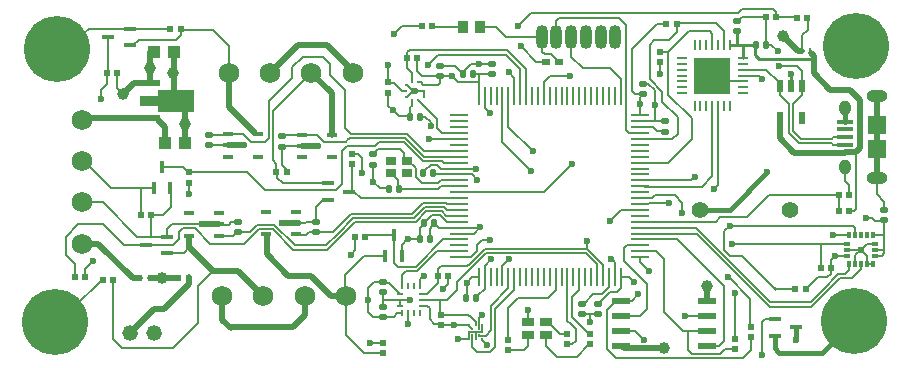
<source format=gbr>
%TF.GenerationSoftware,KiCad,Pcbnew,7.0.1*%
%TF.CreationDate,2023-06-15T13:01:31-07:00*%
%TF.ProjectId,Full-Flight-Computer,46756c6c-2d46-46c6-9967-68742d436f6d,1.0*%
%TF.SameCoordinates,Original*%
%TF.FileFunction,Copper,L1,Top*%
%TF.FilePolarity,Positive*%
%FSLAX46Y46*%
G04 Gerber Fmt 4.6, Leading zero omitted, Abs format (unit mm)*
G04 Created by KiCad (PCBNEW 7.0.1) date 2023-06-15 13:01:31*
%MOMM*%
%LPD*%
G01*
G04 APERTURE LIST*
G04 Aperture macros list*
%AMRoundRect*
0 Rectangle with rounded corners*
0 $1 Rounding radius*
0 $2 $3 $4 $5 $6 $7 $8 $9 X,Y pos of 4 corners*
0 Add a 4 corners polygon primitive as box body*
4,1,4,$2,$3,$4,$5,$6,$7,$8,$9,$2,$3,0*
0 Add four circle primitives for the rounded corners*
1,1,$1+$1,$2,$3*
1,1,$1+$1,$4,$5*
1,1,$1+$1,$6,$7*
1,1,$1+$1,$8,$9*
0 Add four rect primitives between the rounded corners*
20,1,$1+$1,$2,$3,$4,$5,0*
20,1,$1+$1,$4,$5,$6,$7,0*
20,1,$1+$1,$6,$7,$8,$9,0*
20,1,$1+$1,$8,$9,$2,$3,0*%
%AMFreePoly0*
4,1,21,2.033536,0.970036,2.035000,0.966500,2.035000,-0.966500,2.033536,-0.970036,2.030000,-0.971500,-1.000000,-0.971500,-1.003536,-0.970036,-1.005000,-0.966500,-1.005000,-0.385000,-2.500000,-0.385000,-2.503536,-0.383536,-2.505000,-0.380000,-2.505000,0.380000,-2.503536,0.383536,-2.500000,0.385000,-1.005000,0.385000,-1.005000,0.966500,-1.003536,0.970036,-1.000000,0.971500,2.030000,0.971500,
2.033536,0.970036,2.033536,0.970036,$1*%
G04 Aperture macros list end*
%TA.AperFunction,SMDPad,CuDef*%
%ADD10C,0.200000*%
%TD*%
%TA.AperFunction,SMDPad,CuDef*%
%ADD11RoundRect,0.075600X0.224400X0.194400X-0.224400X0.194400X-0.224400X-0.194400X0.224400X-0.194400X0*%
%TD*%
%TA.AperFunction,SMDPad,CuDef*%
%ADD12R,1.524000X0.558800*%
%TD*%
%TA.AperFunction,SMDPad,CuDef*%
%ADD13R,0.450800X1.111200*%
%TD*%
%TA.AperFunction,SMDPad,CuDef*%
%ADD14R,1.000000X0.800000*%
%TD*%
%TA.AperFunction,SMDPad,CuDef*%
%ADD15R,0.540000X0.600000*%
%TD*%
%TA.AperFunction,SMDPad,CuDef*%
%ADD16RoundRect,0.075600X-0.224400X-0.194400X0.224400X-0.194400X0.224400X0.194400X-0.224400X0.194400X0*%
%TD*%
%TA.AperFunction,SMDPad,CuDef*%
%ADD17R,0.600000X0.540000*%
%TD*%
%TA.AperFunction,SMDPad,CuDef*%
%ADD18R,0.843000X1.000000*%
%TD*%
%TA.AperFunction,SMDPad,CuDef*%
%ADD19R,0.685800X0.609600*%
%TD*%
%TA.AperFunction,ComponentPad*%
%ADD20C,1.727200*%
%TD*%
%TA.AperFunction,SMDPad,CuDef*%
%ADD21R,0.952500X0.406400*%
%TD*%
%TA.AperFunction,SMDPad,CuDef*%
%ADD22RoundRect,0.075600X-0.194400X0.224400X-0.194400X-0.224400X0.194400X-0.224400X0.194400X0.224400X0*%
%TD*%
%TA.AperFunction,ComponentPad*%
%ADD23C,5.588000*%
%TD*%
%TA.AperFunction,SMDPad,CuDef*%
%ADD24R,0.280000X0.520000*%
%TD*%
%TA.AperFunction,SMDPad,CuDef*%
%ADD25R,1.111200X0.450800*%
%TD*%
%TA.AperFunction,ComponentPad*%
%ADD26C,1.320800*%
%TD*%
%TA.AperFunction,SMDPad,CuDef*%
%ADD27R,1.100000X1.000000*%
%TD*%
%TA.AperFunction,SMDPad,CuDef*%
%ADD28R,1.730000X0.580000*%
%TD*%
%TA.AperFunction,SMDPad,CuDef*%
%ADD29FreePoly0,0.000000*%
%TD*%
%TA.AperFunction,SMDPad,CuDef*%
%ADD30RoundRect,0.075600X0.194400X-0.224400X0.194400X0.224400X-0.194400X0.224400X-0.194400X-0.224400X0*%
%TD*%
%TA.AperFunction,SMDPad,CuDef*%
%ADD31R,1.560000X0.280000*%
%TD*%
%TA.AperFunction,SMDPad,CuDef*%
%ADD32R,0.280000X1.560000*%
%TD*%
%TA.AperFunction,ComponentPad*%
%ADD33C,1.408000*%
%TD*%
%TA.AperFunction,SMDPad,CuDef*%
%ADD34R,0.558800X0.979300*%
%TD*%
%TA.AperFunction,SMDPad,CuDef*%
%ADD35R,1.350000X0.400000*%
%TD*%
%TA.AperFunction,ComponentPad*%
%ADD36O,1.016000X1.300000*%
%TD*%
%TA.AperFunction,SMDPad,CuDef*%
%ADD37R,1.550000X1.500000*%
%TD*%
%TA.AperFunction,ComponentPad*%
%ADD38O,1.778000X1.016000*%
%TD*%
%TA.AperFunction,SMDPad,CuDef*%
%ADD39R,0.250000X0.275000*%
%TD*%
%TA.AperFunction,SMDPad,CuDef*%
%ADD40R,0.275000X0.250000*%
%TD*%
%TA.AperFunction,SMDPad,CuDef*%
%ADD41R,0.900000X0.254000*%
%TD*%
%TA.AperFunction,SMDPad,CuDef*%
%ADD42R,0.254000X0.900000*%
%TD*%
%TA.AperFunction,SMDPad,CuDef*%
%ADD43R,3.100000X3.100000*%
%TD*%
%TA.AperFunction,SMDPad,CuDef*%
%ADD44R,0.254000X0.482600*%
%TD*%
%TA.AperFunction,SMDPad,CuDef*%
%ADD45R,0.482600X0.254000*%
%TD*%
%TA.AperFunction,ComponentPad*%
%ADD46O,1.016000X2.032000*%
%TD*%
%TA.AperFunction,SMDPad,CuDef*%
%ADD47RoundRect,0.014000X-0.161000X0.251000X-0.161000X-0.251000X0.161000X-0.251000X0.161000X0.251000X0*%
%TD*%
%TA.AperFunction,SMDPad,CuDef*%
%ADD48RoundRect,0.014000X-0.251000X-0.161000X0.251000X-0.161000X0.251000X0.161000X-0.251000X0.161000X0*%
%TD*%
%TA.AperFunction,SMDPad,CuDef*%
%ADD49R,0.850000X0.750000*%
%TD*%
%TA.AperFunction,ViaPad*%
%ADD50C,0.600000*%
%TD*%
%TA.AperFunction,ViaPad*%
%ADD51C,1.000000*%
%TD*%
%TA.AperFunction,Conductor*%
%ADD52C,0.177800*%
%TD*%
%TA.AperFunction,Conductor*%
%ADD53C,0.508000*%
%TD*%
%TA.AperFunction,Conductor*%
%ADD54C,0.381000*%
%TD*%
%TA.AperFunction,Conductor*%
%ADD55C,0.254000*%
%TD*%
%TA.AperFunction,Conductor*%
%ADD56C,0.127000*%
%TD*%
%TA.AperFunction,Conductor*%
%ADD57C,0.203200*%
%TD*%
G04 APERTURE END LIST*
D10*
%TO.P,U4,A1,PS*%
%TO.N,3.3V*%
X131458550Y-98484400D03*
%TO.P,U4,A3,SCK*%
%TO.N,SCL*%
X132024550Y-98484400D03*
%TO.P,U4,A5,CSB*%
%TO.N,Earth*%
X132590550Y-98484400D03*
%TO.P,U4,B2,VDDIO*%
%TO.N,3.3V*%
X131741550Y-98767400D03*
%TO.P,U4,B4,SDI*%
%TO.N,SDA*%
X132307550Y-98767400D03*
%TO.P,U4,C1,SDO*%
%TO.N,Earth*%
X131458550Y-99050400D03*
%TO.P,U4,C5,GND*%
X132590550Y-99050400D03*
%TO.P,U4,D2,INT*%
%TO.N,MAG_INT*%
X131741550Y-99333400D03*
%TO.P,U4,D4,DRDY*%
%TO.N,MAG_DRDY*%
X132307550Y-99333400D03*
%TO.P,U4,E1,GND*%
%TO.N,Earth*%
X131458550Y-99616400D03*
%TO.P,U4,E3,GND*%
X132024550Y-99616400D03*
%TO.P,U4,E5,VDD*%
%TO.N,3.3V*%
X132590550Y-99616400D03*
%TD*%
D11*
%TO.P,C7,2*%
%TO.N,Earth*%
X146202400Y-78056000D03*
%TO.P,C7,1*%
%TO.N,3.3V*%
X146202400Y-78916000D03*
%TD*%
D12*
%TO.P,U7,1,\u002ACE*%
%TO.N,~{FLASH_SS}*%
X144335500Y-96399550D03*
%TO.P,U7,2,SO*%
%TO.N,FLASH_MISO*%
X144335500Y-97669550D03*
%TO.P,U7,3,\u002AWP*%
%TO.N,~{FLASH_WP}*%
X144335500Y-98939550D03*
%TO.P,U7,4,VSS*%
%TO.N,Earth*%
X144335500Y-100209550D03*
%TO.P,U7,5,SI*%
%TO.N,FLASH_MOSI*%
X151625300Y-100209550D03*
%TO.P,U7,6,SCK*%
%TO.N,FLASH_SCK*%
X151625300Y-98939550D03*
%TO.P,U7,7,\u002AHOLD*%
%TO.N,~{FLASH_HOLD}*%
X151625300Y-97669550D03*
%TO.P,U7,8,VDD*%
%TO.N,3.3V*%
X151625300Y-96399550D03*
%TD*%
D13*
%TO.P,Q10,1,G*%
%TO.N,VIN_SW*%
X104786199Y-86853601D03*
%TO.P,Q10,2,S*%
%TO.N,Earth*%
X106186201Y-86853601D03*
%TO.P,Q10,3,D*%
%TO.N,~{SWITCH}*%
X105486200Y-85053600D03*
%TD*%
D14*
%TO.P,D1,1*%
%TO.N,3.3V*%
X136493900Y-98230600D03*
%TO.P,D1,2*%
%TO.N,Net-(D1-Pad2)*%
X137993900Y-98230600D03*
%TO.P,D1,3*%
%TO.N,Net-(D1-Pad3)*%
X137993900Y-99330600D03*
%TO.P,D1,4*%
%TO.N,Net-(D1-Pad4)*%
X136493900Y-99330600D03*
%TD*%
D15*
%TO.P,R17,1*%
%TO.N,~{MAIN_CONT}*%
X122707600Y-91008200D03*
%TO.P,R17,2*%
%TO.N,3.3V*%
X121843600Y-91008200D03*
%TD*%
D16*
%TO.P,C23,1*%
%TO.N,AUX2*%
X109448600Y-82374000D03*
%TO.P,C23,2*%
%TO.N,Earth*%
X109448600Y-83234000D03*
%TD*%
D11*
%TO.P,C21,1*%
%TO.N,MAIN*%
X118516400Y-90600000D03*
%TO.P,C21,2*%
%TO.N,Earth*%
X118516400Y-89740000D03*
%TD*%
D15*
%TO.P,R5,1*%
%TO.N,Earth*%
X156590800Y-72415400D03*
%TO.P,R5,2*%
%TO.N,VBAT_SENSE*%
X157454800Y-72415400D03*
%TD*%
D17*
%TO.P,R28,2*%
%TO.N,3.3V*%
X107772200Y-86411000D03*
%TO.P,R28,1*%
%TO.N,~{SWITCH}*%
X107772200Y-85547000D03*
%TD*%
%TO.P,R8,1*%
%TO.N,SCL*%
X129108200Y-97586600D03*
%TO.P,R8,2*%
%TO.N,3.3V*%
X129108200Y-98450600D03*
%TD*%
D18*
%TO.P,D5,1,1*%
%TO.N,Net-(D5-Pad1)*%
X130926700Y-73228200D03*
%TO.P,D5,2,2*%
%TO.N,3.3V*%
X132369700Y-73228200D03*
%TD*%
D19*
%TO.P,J1,1,A*%
%TO.N,3.3V*%
X139090400Y-76200000D03*
%TO.P,J1,2,B*%
%TO.N,BOOT*%
X137972800Y-76200000D03*
%TD*%
D20*
%TO.P,P5,4,6*%
%TO.N,Net-(P5B-6)*%
X121049402Y-96034201D03*
%TO.P,P5,3,5*%
%TO.N,VIN_SW*%
X117549401Y-96034201D03*
%TO.P,P5,2,6*%
%TO.N,Net-(P5A-6)*%
X114049401Y-96034201D03*
%TO.P,P5,1,5*%
%TO.N,VIN_SW*%
X110549400Y-96034201D03*
%TD*%
D15*
%TO.P,R20,1*%
%TO.N,~{DROGUE_CONT}*%
X98094600Y-94386400D03*
%TO.P,R20,2*%
%TO.N,3.3V*%
X98958600Y-94386400D03*
%TD*%
D21*
%TO.P,Q4,1,G*%
%TO.N,AUX2*%
X111093250Y-82311199D03*
%TO.P,Q4,2,S*%
%TO.N,Earth*%
X111093250Y-83261200D03*
%TO.P,Q4,3*%
%TO.N,unconnected-(Q4-Pad3)*%
X111093250Y-84211201D03*
%TO.P,Q4,4*%
%TO.N,unconnected-(Q4-Pad4)*%
X113645950Y-84211201D03*
%TO.P,Q4,5,D*%
%TO.N,Net-(P4B-6)*%
X113645950Y-82311199D03*
%TD*%
D22*
%TO.P,C3,1*%
%TO.N,3.3V*%
X132103600Y-96164400D03*
%TO.P,C3,2*%
%TO.N,Earth*%
X131243600Y-96164400D03*
%TD*%
D15*
%TO.P,R23,1*%
%TO.N,Earth*%
X163677800Y-87477600D03*
%TO.P,R23,2*%
%TO.N,USB_DETECT*%
X162813800Y-87477600D03*
%TD*%
D16*
%TO.P,C12,1*%
%TO.N,OSC_IN*%
X123367800Y-84025000D03*
%TO.P,C12,2*%
%TO.N,Earth*%
X123367800Y-84885000D03*
%TD*%
D23*
%TO.P,H1,1*%
%TO.N,Earth*%
X164058600Y-98120200D03*
%TD*%
D15*
%TO.P,R9,1*%
%TO.N,HG_ACC_SCL*%
X159105400Y-95453200D03*
%TO.P,R9,2*%
%TO.N,3.3V*%
X159969400Y-95453200D03*
%TD*%
%TO.P,R16,1*%
%TO.N,Earth*%
X100456800Y-94615000D03*
%TO.P,R16,2*%
%TO.N,Net-(P5A-6)*%
X101320800Y-94615000D03*
%TD*%
D11*
%TO.P,C19,2*%
%TO.N,Earth*%
X166649400Y-88749400D03*
%TO.P,C19,1*%
%TO.N,3.3V*%
X166649400Y-89609400D03*
%TD*%
D15*
%TO.P,R7,1*%
%TO.N,SDA*%
X128828600Y-94335600D03*
%TO.P,R7,2*%
%TO.N,3.3V*%
X129692600Y-94335600D03*
%TD*%
D24*
%TO.P,D4,A*%
%TO.N,Net-(P3B-6)*%
X103688000Y-94462600D03*
%TO.P,D4,C*%
%TO.N,VIN*%
X104338000Y-94462600D03*
%TD*%
D11*
%TO.P,C1,1*%
%TO.N,3.3V*%
X133426200Y-77214200D03*
%TO.P,C1,2*%
%TO.N,Earth*%
X133426200Y-76354200D03*
%TD*%
D17*
%TO.P,R13,1*%
%TO.N,Earth*%
X124231400Y-99948800D03*
%TO.P,R13,2*%
%TO.N,Net-(P5B-6)*%
X124231400Y-100812800D03*
%TD*%
%TO.P,R24,1*%
%TO.N,Earth*%
X154025600Y-99669400D03*
%TO.P,R24,2*%
%TO.N,FLASH_SCK*%
X154025600Y-100533400D03*
%TD*%
D15*
%TO.P,R15,2*%
%TO.N,Net-(P4B-6)*%
X107061200Y-73406000D03*
%TO.P,R15,1*%
%TO.N,Earth*%
X106197200Y-73406000D03*
%TD*%
D25*
%TO.P,Q8,1,G*%
%TO.N,Net-(P5A-6)*%
X105903601Y-92394001D03*
%TO.P,Q8,2,S*%
%TO.N,Earth*%
X105903601Y-90993999D03*
%TO.P,Q8,3,D*%
%TO.N,~{DROGUE_CONT}*%
X104103600Y-91694000D03*
%TD*%
D16*
%TO.P,C15,1*%
%TO.N,3.3V*%
X124155200Y-94820000D03*
%TO.P,C15,2*%
%TO.N,Earth*%
X124155200Y-95680000D03*
%TD*%
D26*
%TO.P,P2,1,5*%
%TO.N,Earth*%
X104809801Y-99129499D03*
%TO.P,P2,2,6*%
%TO.N,Net-(P2-6)*%
X102809799Y-99129499D03*
%TD*%
D17*
%TO.P,R21,1*%
%TO.N,~{FLASH_SS}*%
X155346400Y-99466600D03*
%TO.P,R21,2*%
%TO.N,3.3V*%
X155346400Y-98602600D03*
%TD*%
D23*
%TO.P,H4,1*%
%TO.N,Earth*%
X96570800Y-75082400D03*
%TD*%
D27*
%TO.P,C11,1*%
%TO.N,VIN*%
X105703000Y-83058000D03*
%TO.P,C11,2*%
%TO.N,Earth*%
X107403000Y-83058000D03*
%TD*%
D23*
%TO.P,H3,1*%
%TO.N,Earth*%
X96393000Y-98171000D03*
%TD*%
D21*
%TO.P,Q1,1,G*%
%TO.N,DROGUE*%
X110293150Y-90891401D03*
%TO.P,Q1,2,S*%
%TO.N,Earth*%
X110293150Y-89941400D03*
%TO.P,Q1,3*%
%TO.N,unconnected-(Q1-Pad3)*%
X110293150Y-88991399D03*
%TO.P,Q1,4*%
%TO.N,unconnected-(Q1-Pad4)*%
X107740450Y-88991399D03*
%TO.P,Q1,5,D*%
%TO.N,Net-(P5A-6)*%
X107740450Y-90891401D03*
%TD*%
D24*
%TO.P,D2,A*%
%TO.N,Net-(P2-6)*%
X107614600Y-94488000D03*
%TO.P,D2,C*%
%TO.N,VIN*%
X106964600Y-94488000D03*
%TD*%
D28*
%TO.P,U2,1,VOUT*%
%TO.N,3.3V*%
X104486200Y-77976600D03*
D29*
%TO.P,U2,2,GND*%
%TO.N,Earth*%
X106121200Y-79476600D03*
D28*
%TO.P,U2,3,VIN*%
%TO.N,VIN*%
X104486200Y-80976600D03*
%TD*%
D30*
%TO.P,C25,1*%
%TO.N,5V*%
X155729200Y-74726800D03*
%TO.P,C25,2*%
%TO.N,Earth*%
X156589200Y-74726800D03*
%TD*%
D17*
%TO.P,R27,1*%
%TO.N,Earth*%
X147675600Y-76174800D03*
%TO.P,R27,2*%
%TO.N,~{USB_SUSPEND}*%
X147675600Y-75310800D03*
%TD*%
D31*
%TO.P,U1,1,PE2*%
%TO.N,unconnected-(U1-PE2-Pad1)*%
X130626100Y-80715600D03*
%TO.P,U1,2,PE3*%
%TO.N,unconnected-(U1-PE3-Pad2)*%
X130626100Y-81215600D03*
%TO.P,U1,3,PE4*%
%TO.N,unconnected-(U1-PE4-Pad3)*%
X130626100Y-81715600D03*
%TO.P,U1,4,PE5*%
%TO.N,BP_INT*%
X130626100Y-82215600D03*
%TO.P,U1,5,PE6*%
%TO.N,~{AUX2_CONT}*%
X130626100Y-82715600D03*
%TO.P,U1,6,VBAT*%
%TO.N,unconnected-(U1-VBAT-Pad6)*%
X130626100Y-83215600D03*
%TO.P,U1,7,PC13*%
%TO.N,AUX2*%
X130626100Y-83715600D03*
%TO.P,U1,8,PC14*%
%TO.N,AUX1*%
X130626100Y-84215600D03*
%TO.P,U1,9,PC15*%
%TO.N,~{SWITCH}*%
X130626100Y-84715600D03*
%TO.P,U1,10,VSS*%
%TO.N,Earth*%
X130626100Y-85215600D03*
%TO.P,U1,11,VDD*%
%TO.N,3.3V*%
X130626100Y-85715600D03*
%TO.P,U1,12,PH0*%
%TO.N,OSC_IN*%
X130626100Y-86215600D03*
%TO.P,U1,13,PH1*%
%TO.N,OSC_OUT*%
X130626100Y-86715600D03*
%TO.P,U1,14,NRST*%
%TO.N,NRST*%
X130626100Y-87215600D03*
%TO.P,U1,15,PC0*%
%TO.N,~{AUX1_CONT}*%
X130626100Y-87715600D03*
%TO.P,U1,16,PC1*%
%TO.N,MAIN*%
X130626100Y-88215600D03*
%TO.P,U1,17,PC2_C*%
%TO.N,DROGUE*%
X130626100Y-88715600D03*
%TO.P,U1,18,PC3_C*%
%TO.N,~{DROGUE_CONT}*%
X130626100Y-89215600D03*
%TO.P,U1,19,VSSA*%
%TO.N,Earth*%
X130626100Y-89715600D03*
%TO.P,U1,20,VREF+*%
%TO.N,3.3V*%
X130626100Y-90215600D03*
%TO.P,U1,21,VDDA*%
X130626100Y-90715600D03*
%TO.P,U1,22,PA0*%
%TO.N,~{MAIN_CONT}*%
X130626100Y-91215600D03*
%TO.P,U1,23,PA1*%
%TO.N,unconnected-(U1-PA1-Pad23)*%
X130626100Y-91715600D03*
%TO.P,U1,24,PA2*%
%TO.N,IMU_INT1*%
X130626100Y-92215600D03*
%TO.P,U1,25,PA3*%
%TO.N,IMU_INT2*%
X130626100Y-92715600D03*
D32*
%TO.P,U1,26,VSS*%
%TO.N,Earth*%
X132306100Y-94395600D03*
%TO.P,U1,27,VDD*%
%TO.N,3.3V*%
X132806100Y-94395600D03*
%TO.P,U1,28,PA4*%
%TO.N,unconnected-(U1-PA4-Pad28)*%
X133306100Y-94395600D03*
%TO.P,U1,29,PA5*%
%TO.N,unconnected-(U1-PA5-Pad29)*%
X133806100Y-94395600D03*
%TO.P,U1,30,PA6*%
%TO.N,VBAT_SENSE*%
X134306100Y-94395600D03*
%TO.P,U1,31,PA7*%
%TO.N,MAG_DRDY*%
X134806100Y-94395600D03*
%TO.P,U1,32,PC4*%
%TO.N,MAG_INT*%
X135306100Y-94395600D03*
%TO.P,U1,33,PC5*%
%TO.N,unconnected-(U1-PC5-Pad33)*%
X135806100Y-94395600D03*
%TO.P,U1,34,PB0*%
%TO.N,unconnected-(U1-PB0-Pad34)*%
X136306100Y-94395600D03*
%TO.P,U1,35,PB1*%
%TO.N,unconnected-(U1-PB1-Pad35)*%
X136806100Y-94395600D03*
%TO.P,U1,36,PB2*%
%TO.N,unconnected-(U1-PB2-Pad36)*%
X137306100Y-94395600D03*
%TO.P,U1,37,PE7*%
%TO.N,unconnected-(U1-PE7-Pad37)*%
X137806100Y-94395600D03*
%TO.P,U1,38,PE8*%
%TO.N,unconnected-(U1-PE8-Pad38)*%
X138306100Y-94395600D03*
%TO.P,U1,39,PE9*%
%TO.N,STATUS_R*%
X138806100Y-94395600D03*
%TO.P,U1,40,PE10*%
%TO.N,unconnected-(U1-PE10-Pad40)*%
X139306100Y-94395600D03*
%TO.P,U1,41,PE11*%
%TO.N,STATUS_B*%
X139806100Y-94395600D03*
%TO.P,U1,42,PE12*%
%TO.N,unconnected-(U1-PE12-Pad42)*%
X140306100Y-94395600D03*
%TO.P,U1,43,PE13*%
%TO.N,STATUS_G*%
X140806100Y-94395600D03*
%TO.P,U1,44,PE14*%
%TO.N,unconnected-(U1-PE14-Pad44)*%
X141306100Y-94395600D03*
%TO.P,U1,45,PE15*%
%TO.N,unconnected-(U1-PE15-Pad45)*%
X141806100Y-94395600D03*
%TO.P,U1,46,PB10*%
%TO.N,SCL*%
X142306100Y-94395600D03*
%TO.P,U1,47,PB11*%
%TO.N,SDA*%
X142806100Y-94395600D03*
%TO.P,U1,48,VCAP1*%
%TO.N,CAP1*%
X143306100Y-94395600D03*
%TO.P,U1,49,VSS*%
%TO.N,Earth*%
X143806100Y-94395600D03*
%TO.P,U1,50,VDD*%
%TO.N,3.3V*%
X144306100Y-94395600D03*
D31*
%TO.P,U1,51,PB12*%
%TO.N,~{FLASH_SS}*%
X145986100Y-92715600D03*
%TO.P,U1,52,PB13*%
%TO.N,FLASH_SCK*%
X145986100Y-92215600D03*
%TO.P,U1,53,PB14*%
%TO.N,FLASH_MISO*%
X145986100Y-91715600D03*
%TO.P,U1,54,PB15*%
%TO.N,FLASH_MOSI*%
X145986100Y-91215600D03*
%TO.P,U1,55,PD8*%
%TO.N,HG_ACC_INT1*%
X145986100Y-90715600D03*
%TO.P,U1,56,PD9*%
%TO.N,HG_ACC_INT2*%
X145986100Y-90215600D03*
%TO.P,U1,57,PD10*%
%TO.N,USB_DETECT*%
X145986100Y-89715600D03*
%TO.P,U1,58,PD11*%
%TO.N,unconnected-(U1-PD11-Pad58)*%
X145986100Y-89215600D03*
%TO.P,U1,59,PD12*%
%TO.N,~{FLASH_WP}*%
X145986100Y-88715600D03*
%TO.P,U1,60,PD13*%
%TO.N,~{FLASH_HOLD}*%
X145986100Y-88215600D03*
%TO.P,U1,61,PD14*%
%TO.N,BEEP*%
X145986100Y-87715600D03*
%TO.P,U1,62,PD15*%
%TO.N,unconnected-(U1-PD15-Pad62)*%
X145986100Y-87215600D03*
%TO.P,U1,63,PC6*%
%TO.N,RX_USB*%
X145986100Y-86715600D03*
%TO.P,U1,64,PC7*%
%TO.N,TX_USB*%
X145986100Y-86215600D03*
%TO.P,U1,65,PC8*%
%TO.N,unconnected-(U1-PC8-Pad65)*%
X145986100Y-85715600D03*
%TO.P,U1,66,PC9*%
%TO.N,unconnected-(U1-PC9-Pad66)*%
X145986100Y-85215600D03*
%TO.P,U1,67,PA8*%
%TO.N,~{USB_SUSPEND}*%
X145986100Y-84715600D03*
%TO.P,U1,68,PA9*%
%TO.N,unconnected-(U1-PA9-Pad68)*%
X145986100Y-84215600D03*
%TO.P,U1,69,PA10*%
%TO.N,unconnected-(U1-PA10-Pad69)*%
X145986100Y-83715600D03*
%TO.P,U1,70,PA11*%
%TO.N,unconnected-(U1-PA11-Pad70)*%
X145986100Y-83215600D03*
%TO.P,U1,71,PA12*%
%TO.N,~{USB_RST}*%
X145986100Y-82715600D03*
%TO.P,U1,72,PA13*%
%TO.N,SWDIO*%
X145986100Y-82215600D03*
%TO.P,U1,73,VCAP2*%
%TO.N,CAP2*%
X145986100Y-81715600D03*
%TO.P,U1,74,VSS*%
%TO.N,Earth*%
X145986100Y-81215600D03*
%TO.P,U1,75,VDD*%
%TO.N,3.3V*%
X145986100Y-80715600D03*
D32*
%TO.P,U1,76,PA14*%
%TO.N,SWCLK*%
X144306100Y-79035600D03*
%TO.P,U1,77,PA15*%
%TO.N,unconnected-(U1-PA15-Pad77)*%
X143806100Y-79035600D03*
%TO.P,U1,78,PC10*%
%TO.N,unconnected-(U1-PC10-Pad78)*%
X143306100Y-79035600D03*
%TO.P,U1,79,PC11*%
%TO.N,unconnected-(U1-PC11-Pad79)*%
X142806100Y-79035600D03*
%TO.P,U1,80,PC12*%
%TO.N,unconnected-(U1-PC12-Pad80)*%
X142306100Y-79035600D03*
%TO.P,U1,81,PD0*%
%TO.N,unconnected-(U1-PD0-Pad81)*%
X141806100Y-79035600D03*
%TO.P,U1,82,PD1*%
%TO.N,unconnected-(U1-PD1-Pad82)*%
X141306100Y-79035600D03*
%TO.P,U1,83,PD2*%
%TO.N,unconnected-(U1-PD2-Pad83)*%
X140806100Y-79035600D03*
%TO.P,U1,84,PD3*%
%TO.N,unconnected-(U1-PD3-Pad84)*%
X140306100Y-79035600D03*
%TO.P,U1,85,PD4*%
%TO.N,unconnected-(U1-PD4-Pad85)*%
X139806100Y-79035600D03*
%TO.P,U1,86,PD5*%
%TO.N,unconnected-(U1-PD5-Pad86)*%
X139306100Y-79035600D03*
%TO.P,U1,87,PD6*%
%TO.N,unconnected-(U1-PD6-Pad87)*%
X138806100Y-79035600D03*
%TO.P,U1,88,PD7*%
%TO.N,unconnected-(U1-PD7-Pad88)*%
X138306100Y-79035600D03*
%TO.P,U1,89,PB3*%
%TO.N,SWO*%
X137806100Y-79035600D03*
%TO.P,U1,90,PB4*%
%TO.N,unconnected-(U1-PB4-Pad90)*%
X137306100Y-79035600D03*
%TO.P,U1,91,PB5*%
%TO.N,unconnected-(U1-PB5-Pad91)*%
X136806100Y-79035600D03*
%TO.P,U1,92,PB6*%
%TO.N,BP_SCL*%
X136306100Y-79035600D03*
%TO.P,U1,93,PB7*%
%TO.N,BP_SDA*%
X135806100Y-79035600D03*
%TO.P,U1,94,BOOT0*%
%TO.N,BOOT*%
X135306100Y-79035600D03*
%TO.P,U1,95,PB8*%
%TO.N,HG_ACC_SCL*%
X134806100Y-79035600D03*
%TO.P,U1,96,PB9*%
%TO.N,HG_ACC_SDA*%
X134306100Y-79035600D03*
%TO.P,U1,97,PE0*%
%TO.N,unconnected-(U1-PE0-Pad97)*%
X133806100Y-79035600D03*
%TO.P,U1,98,PE1*%
%TO.N,unconnected-(U1-PE1-Pad98)*%
X133306100Y-79035600D03*
%TO.P,U1,99,VSS*%
%TO.N,Earth*%
X132806100Y-79035600D03*
%TO.P,U1,100,VDD*%
%TO.N,3.3V*%
X132306100Y-79035600D03*
%TD*%
D27*
%TO.P,C13,1*%
%TO.N,3.3V*%
X104763200Y-75387200D03*
%TO.P,C13,2*%
%TO.N,Earth*%
X106463200Y-75387200D03*
%TD*%
D22*
%TO.P,C2,1*%
%TO.N,3.3V*%
X128420600Y-85572600D03*
%TO.P,C2,2*%
%TO.N,Earth*%
X127560600Y-85572600D03*
%TD*%
D17*
%TO.P,R2,1*%
%TO.N,STATUS_G*%
X141706600Y-99237600D03*
%TO.P,R2,2*%
%TO.N,Net-(D1-Pad3)*%
X141706600Y-100101600D03*
%TD*%
D33*
%TO.P,BZ1,1,-*%
%TO.N,VIN*%
X151063800Y-88696800D03*
%TO.P,BZ1,2,+*%
%TO.N,Net-(BZ1-+)*%
X158663800Y-88696800D03*
%TD*%
D15*
%TO.P,R22,1*%
%TO.N,USB_DETECT*%
X162763000Y-88798400D03*
%TO.P,R22,2*%
%TO.N,5V*%
X163627000Y-88798400D03*
%TD*%
D16*
%TO.P,C5,1*%
%TO.N,3.3V*%
X142367000Y-96699600D03*
%TO.P,C5,2*%
%TO.N,Earth*%
X142367000Y-97559600D03*
%TD*%
D20*
%TO.P,P3,1,5*%
%TO.N,VIN*%
X98729800Y-81066998D03*
%TO.P,P3,2,6*%
%TO.N,VIN_SW*%
X98729800Y-84566999D03*
%TO.P,P3,3,5*%
%TO.N,Earth*%
X98729800Y-88066999D03*
%TO.P,P3,4,6*%
%TO.N,Net-(P3B-6)*%
X98729800Y-91567000D03*
%TD*%
D34*
%TO.P,D6,1*%
%TO.N,/Peripherals/D+*%
X159674601Y-78237652D03*
%TO.P,D6,2*%
%TO.N,Earth*%
X158724600Y-78237652D03*
%TO.P,D6,3*%
%TO.N,/Peripherals/D-*%
X157774599Y-78237652D03*
%TO.P,D6,4*%
%TO.N,5V*%
X157774599Y-80969548D03*
%TO.P,D6,5*%
%TO.N,unconnected-(D6-Pad5)*%
X159674601Y-80969548D03*
%TD*%
D15*
%TO.P,R6,2*%
%TO.N,Net-(D5-Pad1)*%
X128371800Y-73177400D03*
%TO.P,R6,1*%
%TO.N,Earth*%
X127507800Y-73177400D03*
%TD*%
D35*
%TO.P,P6,1,VCC*%
%TO.N,5V*%
X163326500Y-83850000D03*
%TO.P,P6,2,D-*%
%TO.N,/Peripherals/D-*%
X163326500Y-83200000D03*
%TO.P,P6,3,D+*%
%TO.N,/Peripherals/D+*%
X163326500Y-82550000D03*
%TO.P,P6,4,ID*%
%TO.N,unconnected-(P6-ID-Pad4)*%
X163326500Y-81900000D03*
%TO.P,P6,5,GND*%
%TO.N,Earth*%
X163326500Y-81250000D03*
D36*
%TO.P,P6,S1,SHIELD*%
X163326500Y-85050000D03*
D37*
X166026500Y-83550000D03*
X166026500Y-81550000D03*
D36*
X163326500Y-80050000D03*
D38*
%TO.P,P6,S2,SHIELD*%
X166026500Y-86050000D03*
X166026500Y-79050000D03*
%TD*%
D22*
%TO.P,C10,1*%
%TO.N,3.3V*%
X128141200Y-91186000D03*
%TO.P,C10,2*%
%TO.N,Earth*%
X127281200Y-91186000D03*
%TD*%
%TO.P,C14,1*%
%TO.N,OSC_OUT*%
X125525000Y-86918800D03*
%TO.P,C14,2*%
%TO.N,Earth*%
X124665000Y-86918800D03*
%TD*%
D25*
%TO.P,Q9,1,G*%
%TO.N,BEEP*%
X157367399Y-97953599D03*
%TO.P,Q9,2,S*%
%TO.N,Earth*%
X157367399Y-99353601D03*
%TO.P,Q9,3,D*%
%TO.N,Net-(BZ1-+)*%
X159167400Y-98653600D03*
%TD*%
D17*
%TO.P,R3,1*%
%TO.N,STATUS_R*%
X134747000Y-99745600D03*
%TO.P,R3,2*%
%TO.N,Net-(D1-Pad4)*%
X134747000Y-100609600D03*
%TD*%
D16*
%TO.P,C22,1*%
%TO.N,AUX1*%
X115620800Y-82501000D03*
%TO.P,C22,2*%
%TO.N,Earth*%
X115620800Y-83361000D03*
%TD*%
D25*
%TO.P,Q7,1,G*%
%TO.N,Net-(P4B-6)*%
X102728601Y-74766401D03*
%TO.P,Q7,2,S*%
%TO.N,Earth*%
X102728601Y-73366399D03*
%TO.P,Q7,3,D*%
%TO.N,~{AUX2_CONT}*%
X100928600Y-74066400D03*
%TD*%
D23*
%TO.P,H2,1*%
%TO.N,Earth*%
X164236400Y-74853800D03*
%TD*%
D39*
%TO.P,U5,1,VDDIO*%
%TO.N,3.3V*%
X127123500Y-77901300D03*
%TO.P,U5,2,SCK*%
%TO.N,BP_SCL*%
X126623500Y-77901300D03*
D40*
%TO.P,U5,3,VSS*%
%TO.N,Earth*%
X126111000Y-78163800D03*
%TO.P,U5,4,SDI*%
%TO.N,BP_SDA*%
X126111000Y-78663800D03*
%TO.P,U5,5,SDO*%
%TO.N,Earth*%
X126111000Y-79163800D03*
D39*
%TO.P,U5,6,CSB*%
%TO.N,3.3V*%
X126623500Y-79426300D03*
%TO.P,U5,7,INT*%
%TO.N,BP_INT*%
X127123500Y-79426300D03*
D40*
%TO.P,U5,8,VSS*%
%TO.N,Earth*%
X127636000Y-79163800D03*
%TO.P,U5,9,VSS*%
X127636000Y-78663800D03*
%TO.P,U5,10,VDD*%
%TO.N,3.3V*%
X127636000Y-78163800D03*
%TD*%
D41*
%TO.P,U8,1,DCD*%
%TO.N,unconnected-(U8-DCD-Pad1)*%
X154658400Y-78843800D03*
%TO.P,U8,2,RI*%
%TO.N,unconnected-(U8-RI-Pad2)*%
X154658400Y-78343800D03*
%TO.P,U8,3,GND*%
%TO.N,Earth*%
X154658400Y-77843800D03*
%TO.P,U8,4,D+*%
%TO.N,/Peripherals/D+*%
X154658400Y-77343800D03*
%TO.P,U8,5,D-*%
%TO.N,/Peripherals/D-*%
X154658400Y-76843800D03*
%TO.P,U8,6,VDD*%
%TO.N,unconnected-(U8-VDD-Pad6)*%
X154658400Y-76343800D03*
%TO.P,U8,7,REGIN*%
%TO.N,5V*%
X154658400Y-75843800D03*
D42*
%TO.P,U8,8,VBUS*%
X153568400Y-74753800D03*
%TO.P,U8,9,~{RST}*%
%TO.N,~{USB_RST}*%
X153068400Y-74753800D03*
%TO.P,U8,10,NC*%
%TO.N,unconnected-(U8-NC-Pad10)*%
X152568400Y-74753800D03*
%TO.P,U8,11,~{SUSPEND}*%
%TO.N,~{USB_SUSPEND}*%
X152068400Y-74753800D03*
%TO.P,U8,12,SUSPEND*%
%TO.N,unconnected-(U8-SUSPEND-Pad12)*%
X151568400Y-74753800D03*
%TO.P,U8,13,NC@1*%
%TO.N,unconnected-(U8-NC@1-Pad13)*%
X151068400Y-74753800D03*
%TO.P,U8,14,NC@2*%
%TO.N,unconnected-(U8-NC@2-Pad14)*%
X150568400Y-74753800D03*
D41*
%TO.P,U8,15,NC@3*%
%TO.N,unconnected-(U8-NC@3-Pad15)*%
X149478400Y-75843800D03*
%TO.P,U8,16,NC@4*%
%TO.N,unconnected-(U8-NC@4-Pad16)*%
X149478400Y-76343800D03*
%TO.P,U8,17,NC@5*%
%TO.N,unconnected-(U8-NC@5-Pad17)*%
X149478400Y-76843800D03*
%TO.P,U8,18,NC/VPP*%
%TO.N,unconnected-(U8-NC{slash}VPP-Pad18)*%
X149478400Y-77343800D03*
%TO.P,U8,19,NC@6*%
%TO.N,unconnected-(U8-NC@6-Pad19)*%
X149478400Y-77843800D03*
%TO.P,U8,20,NC@7*%
%TO.N,unconnected-(U8-NC@7-Pad20)*%
X149478400Y-78343800D03*
%TO.P,U8,21,NC@8*%
%TO.N,unconnected-(U8-NC@8-Pad21)*%
X149478400Y-78843800D03*
D42*
%TO.P,U8,22,NC@9*%
%TO.N,unconnected-(U8-NC@9-Pad22)*%
X150568400Y-79933800D03*
%TO.P,U8,23,CTS*%
%TO.N,unconnected-(U8-CTS-Pad23)*%
X151068400Y-79933800D03*
%TO.P,U8,24,RTS*%
%TO.N,unconnected-(U8-RTS-Pad24)*%
X151568400Y-79933800D03*
%TO.P,U8,25,RXD*%
%TO.N,RX_USB*%
X152068400Y-79933800D03*
%TO.P,U8,26,TXD*%
%TO.N,TX_USB*%
X152568400Y-79933800D03*
%TO.P,U8,27,DSR*%
%TO.N,unconnected-(U8-DSR-Pad27)*%
X153068400Y-79933800D03*
%TO.P,U8,28,DTR*%
%TO.N,unconnected-(U8-DTR-Pad28)*%
X153568400Y-79933800D03*
D43*
%TO.P,U8,29,PAD*%
%TO.N,Earth*%
X152068400Y-77343800D03*
%TD*%
D22*
%TO.P,C6,1*%
%TO.N,3.3V*%
X131798800Y-77190600D03*
%TO.P,C6,2*%
%TO.N,Earth*%
X130938800Y-77190600D03*
%TD*%
D15*
%TO.P,R25,1*%
%TO.N,Earth*%
X104572000Y-89128600D03*
%TO.P,R25,2*%
%TO.N,VIN_SW*%
X103708000Y-89128600D03*
%TD*%
D44*
%TO.P,U3,1,SDO*%
%TO.N,Earth*%
X127318201Y-95163609D03*
%TO.P,U3,2,NC*%
%TO.N,unconnected-(U3-NC-Pad2)*%
X126818200Y-95163609D03*
%TO.P,U3,3,NC*%
%TO.N,unconnected-(U3-NC-Pad3)*%
X126318200Y-95163609D03*
%TO.P,U3,4,INT1*%
%TO.N,IMU_INT1*%
X125818199Y-95163609D03*
D45*
%TO.P,U3,5,VDDIO*%
%TO.N,3.3V*%
X125653800Y-95819310D03*
%TO.P,U3,6,GNDIO*%
%TO.N,Earth*%
X125653800Y-96319309D03*
%TO.P,U3,7,GND*%
X125653800Y-96819308D03*
D44*
%TO.P,U3,8,VDD*%
%TO.N,3.3V*%
X125818199Y-97475009D03*
%TO.P,U3,9,INT2*%
%TO.N,IMU_INT2*%
X126318200Y-97475009D03*
%TO.P,U3,10,NC*%
%TO.N,unconnected-(U3-NC-Pad10)*%
X126818200Y-97475009D03*
%TO.P,U3,11,NC*%
%TO.N,unconnected-(U3-NC-Pad11)*%
X127318201Y-97475009D03*
D45*
%TO.P,U3,12,CSB*%
%TO.N,3.3V*%
X127482600Y-96819308D03*
%TO.P,U3,13,SCX*%
%TO.N,SCL*%
X127482600Y-96319309D03*
%TO.P,U3,14,SDX*%
%TO.N,SDA*%
X127482600Y-95819310D03*
%TD*%
D15*
%TO.P,R4,1*%
%TO.N,VIN*%
X160121800Y-72440800D03*
%TO.P,R4,2*%
%TO.N,VBAT_SENSE*%
X159257800Y-72440800D03*
%TD*%
%TO.P,R26,1*%
%TO.N,3.3V*%
X148183400Y-72948800D03*
%TO.P,R26,2*%
%TO.N,~{USB_RST}*%
X149047400Y-72948800D03*
%TD*%
D21*
%TO.P,Q3,1,G*%
%TO.N,AUX1*%
X117290850Y-82336599D03*
%TO.P,Q3,2,S*%
%TO.N,Earth*%
X117290850Y-83286600D03*
%TO.P,Q3,3*%
%TO.N,unconnected-(Q3-Pad3)*%
X117290850Y-84236601D03*
%TO.P,Q3,4*%
%TO.N,unconnected-(Q3-Pad4)*%
X119843550Y-84236601D03*
%TO.P,Q3,5,D*%
%TO.N,Net-(P4A-6)*%
X119843550Y-82336599D03*
%TD*%
D30*
%TO.P,C18,1*%
%TO.N,3.3V*%
X126468400Y-80822800D03*
%TO.P,C18,2*%
%TO.N,Earth*%
X127328400Y-80822800D03*
%TD*%
D11*
%TO.P,C17,1*%
%TO.N,3.3V*%
X129006600Y-77392000D03*
%TO.P,C17,2*%
%TO.N,Earth*%
X129006600Y-76532000D03*
%TD*%
D46*
%TO.P,P1,1,1*%
%TO.N,3.3V*%
X137621000Y-74066400D03*
%TO.P,P1,2,2*%
%TO.N,SWDIO*%
X138871000Y-74066400D03*
%TO.P,P1,3,3*%
%TO.N,SWCLK*%
X140121000Y-74066400D03*
%TO.P,P1,4,4*%
%TO.N,SWO*%
X141371000Y-74066400D03*
%TO.P,P1,5,5*%
%TO.N,NRST*%
X142621000Y-74066400D03*
%TO.P,P1,6,6*%
%TO.N,Earth*%
X143871000Y-74066400D03*
%TD*%
D17*
%TO.P,R1,1*%
%TO.N,STATUS_B*%
X139776200Y-100076200D03*
%TO.P,R1,2*%
%TO.N,Net-(D1-Pad2)*%
X139776200Y-99212200D03*
%TD*%
D11*
%TO.P,C9,1*%
%TO.N,CAP2*%
X148107400Y-82091000D03*
%TO.P,C9,2*%
%TO.N,Earth*%
X148107400Y-81231000D03*
%TD*%
D25*
%TO.P,Q6,1,G*%
%TO.N,Net-(P4A-6)*%
X119495999Y-86472799D03*
%TO.P,Q6,2,S*%
%TO.N,Earth*%
X119495999Y-87872801D03*
%TO.P,Q6,3,D*%
%TO.N,~{AUX1_CONT}*%
X121296000Y-87172800D03*
%TD*%
D11*
%TO.P,C24,1*%
%TO.N,5V*%
X154203400Y-73607400D03*
%TO.P,C24,2*%
%TO.N,Earth*%
X154203400Y-72747400D03*
%TD*%
D17*
%TO.P,R18,1*%
%TO.N,~{AUX1_CONT}*%
X121564400Y-84810800D03*
%TO.P,R18,2*%
%TO.N,3.3V*%
X121564400Y-83946800D03*
%TD*%
D21*
%TO.P,Q2,1,G*%
%TO.N,MAIN*%
X116846350Y-90789801D03*
%TO.P,Q2,2,S*%
%TO.N,Earth*%
X116846350Y-89839800D03*
%TO.P,Q2,3*%
%TO.N,unconnected-(Q2-Pad3)*%
X116846350Y-88889799D03*
%TO.P,Q2,4*%
%TO.N,unconnected-(Q2-Pad4)*%
X114293650Y-88889799D03*
%TO.P,Q2,5,D*%
%TO.N,Net-(P5B-6)*%
X114293650Y-90789801D03*
%TD*%
D11*
%TO.P,C20,1*%
%TO.N,DROGUE*%
X111887000Y-90600000D03*
%TO.P,C20,2*%
%TO.N,Earth*%
X111887000Y-89740000D03*
%TD*%
D47*
%TO.P,U6,1,VDD_IO*%
%TO.N,3.3V*%
X165668200Y-90880400D03*
%TO.P,U6,2,NC*%
%TO.N,unconnected-(U6-NC-Pad2)*%
X165168200Y-90880400D03*
%TO.P,U6,3,NC1*%
%TO.N,unconnected-(U6-NC1-Pad3)*%
X164668200Y-90880400D03*
%TO.P,U6,4,SCL/SPC*%
%TO.N,HG_ACC_SCL*%
X164168200Y-90880400D03*
%TO.P,U6,5,GND*%
%TO.N,Earth*%
X163668200Y-90880400D03*
D48*
%TO.P,U6,6,SDA/SDI/SDO*%
%TO.N,HG_ACC_SDA*%
X163448200Y-91600400D03*
%TO.P,U6,7,SDO/SA0*%
%TO.N,Earth*%
X163448200Y-92100400D03*
%TO.P,U6,8,CS*%
%TO.N,3.3V*%
X163448200Y-92600400D03*
D47*
%TO.P,U6,9,INT2*%
%TO.N,HG_ACC_INT2*%
X163668200Y-93320400D03*
%TO.P,U6,10,GND*%
%TO.N,Earth*%
X164168200Y-93320400D03*
%TO.P,U6,11,INT1*%
%TO.N,HG_ACC_INT1*%
X164668200Y-93320400D03*
%TO.P,U6,12,GND*%
%TO.N,Earth*%
X165168200Y-93320400D03*
%TO.P,U6,13,GND*%
X165668200Y-93320400D03*
D48*
%TO.P,U6,14,VDD*%
%TO.N,3.3V*%
X165888200Y-92600400D03*
%TO.P,U6,15,VDD*%
X165888200Y-92100400D03*
%TO.P,U6,16,GND*%
%TO.N,Earth*%
X165888200Y-91600400D03*
%TD*%
D15*
%TO.P,R11,1*%
%TO.N,HG_ACC_SDA*%
X161239000Y-93675200D03*
%TO.P,R11,2*%
%TO.N,3.3V*%
X162103000Y-93675200D03*
%TD*%
D20*
%TO.P,P4,1,5*%
%TO.N,VIN_SW*%
X121630201Y-77089000D03*
%TO.P,P4,2,6*%
%TO.N,Net-(P4A-6)*%
X118130200Y-77089000D03*
%TO.P,P4,3,5*%
%TO.N,VIN_SW*%
X114630200Y-77089000D03*
%TO.P,P4,4,6*%
%TO.N,Net-(P4B-6)*%
X111130199Y-77089000D03*
%TD*%
D17*
%TO.P,R12,1*%
%TO.N,BP_SDA*%
X124612400Y-77927000D03*
%TO.P,R12,2*%
%TO.N,3.3V*%
X124612400Y-78791000D03*
%TD*%
D15*
%TO.P,R10,1*%
%TO.N,BP_SCL*%
X126238000Y-75819000D03*
%TO.P,R10,2*%
%TO.N,3.3V*%
X127102000Y-75819000D03*
%TD*%
D16*
%TO.P,C4,1*%
%TO.N,CAP1*%
X141020800Y-96674200D03*
%TO.P,C4,2*%
%TO.N,Earth*%
X141020800Y-97534200D03*
%TD*%
D24*
%TO.P,D3,A*%
%TO.N,5V*%
X160319600Y-75285600D03*
%TO.P,D3,C*%
%TO.N,VIN*%
X159669600Y-75285600D03*
%TD*%
D49*
%TO.P,Y1,4*%
%TO.N,unconnected-(Y1-Pad4)*%
X126227200Y-85615000D03*
%TO.P,Y1,3,3*%
%TO.N,OSC_OUT*%
X124877200Y-85615000D03*
%TO.P,Y1,2*%
%TO.N,unconnected-(Y1-Pad2)*%
X124877200Y-84565000D03*
%TO.P,Y1,1,1*%
%TO.N,OSC_IN*%
X126227200Y-84565000D03*
%TD*%
D15*
%TO.P,R14,1*%
%TO.N,Earth*%
X116027400Y-85471000D03*
%TO.P,R14,2*%
%TO.N,Net-(P4A-6)*%
X115163400Y-85471000D03*
%TD*%
D11*
%TO.P,C16,1*%
%TO.N,3.3V*%
X124155200Y-97788200D03*
%TO.P,C16,2*%
%TO.N,Earth*%
X124155200Y-96928200D03*
%TD*%
D15*
%TO.P,R19,1*%
%TO.N,~{AUX2_CONT}*%
X100812400Y-77139800D03*
%TO.P,R19,2*%
%TO.N,3.3V*%
X101676400Y-77139800D03*
%TD*%
D22*
%TO.P,C8,1*%
%TO.N,3.3V*%
X128547600Y-89865200D03*
%TO.P,C8,2*%
%TO.N,Earth*%
X127687600Y-89865200D03*
%TD*%
D13*
%TO.P,Q5,1,G*%
%TO.N,Net-(P5B-6)*%
X124394999Y-92619401D03*
%TO.P,Q5,2,S*%
%TO.N,Earth*%
X125795001Y-92619401D03*
%TO.P,Q5,3,D*%
%TO.N,~{MAIN_CONT}*%
X125095000Y-90819400D03*
%TD*%
D50*
%TO.N,3.3V*%
X165125400Y-89408000D03*
%TO.N,Earth*%
X162330600Y-90880400D03*
%TO.N,VBAT_SENSE*%
X134899400Y-92913200D03*
X135610600Y-73152000D03*
%TO.N,Earth*%
X157632400Y-75285600D03*
X147675600Y-77190600D03*
X147193000Y-79806800D03*
%TO.N,3.3V*%
X145973800Y-79781400D03*
%TO.N,Earth*%
X152857200Y-76809600D03*
X151384000Y-76809600D03*
X152882600Y-78130400D03*
X151460200Y-78130400D03*
%TO.N,VIN*%
X156718000Y-85521800D03*
%TO.N,BEEP*%
X149529800Y-89001600D03*
X156311600Y-100990400D03*
%TO.N,Net-(BZ1-+)*%
X159167400Y-99709400D03*
%TO.N,3.3V*%
X153390600Y-94437200D03*
X162458400Y-92583000D03*
%TO.N,HG_ACC_SCL*%
X136855200Y-83769200D03*
%TO.N,HG_ACC_SDA*%
X136753600Y-85445600D03*
X153703400Y-91600400D03*
%TO.N,HG_ACC_SCL*%
X153543000Y-90068400D03*
%TO.N,Earth*%
X164642800Y-92100400D03*
X154025600Y-95758000D03*
D51*
%TO.N,3.3V*%
X151625300Y-95135700D03*
%TO.N,Earth*%
X147980400Y-100431600D03*
D50*
%TO.N,~{FLASH_HOLD}*%
X148437600Y-88163400D03*
X149783800Y-97663000D03*
%TO.N,~{FLASH_WP}*%
X143433800Y-89662000D03*
X146304000Y-99695000D03*
%TO.N,~{FLASH_SS}*%
X146710400Y-93878400D03*
X145796000Y-95859600D03*
%TO.N,3.3V*%
X136493900Y-97192400D03*
X132994400Y-100177600D03*
%TO.N,SDA*%
X132588000Y-97586800D03*
X141478000Y-91363800D03*
%TO.N,Earth*%
X130581400Y-99618800D03*
%TO.N,3.3V*%
X130200400Y-98475800D03*
%TO.N,Earth*%
X123113600Y-99948800D03*
%TO.N,IMU_INT2*%
X133273800Y-91236800D03*
X126318200Y-98403600D03*
%TO.N,3.3V*%
X129311400Y-95402400D03*
%TO.N,Earth*%
X127635000Y-94284800D03*
%TO.N,3.3V*%
X122885200Y-96316800D03*
%TO.N,Earth*%
X126492000Y-96316800D03*
X125145800Y-73812400D03*
%TO.N,BOOT*%
X135839200Y-74879200D03*
X134823200Y-77063600D03*
%TO.N,BP_SDA*%
X124612400Y-76454000D03*
X127965200Y-76454000D03*
%TO.N,SWO*%
X140030200Y-77343000D03*
%TO.N,Earth*%
X128219200Y-81635600D03*
%TO.N,3.3V*%
X125018800Y-80289400D03*
X130073400Y-77419200D03*
%TO.N,Earth*%
X126873000Y-78663800D03*
%TO.N,NRST*%
X140208000Y-84810600D03*
%TO.N,~{AUX2_CONT}*%
X100304600Y-79349600D03*
X128054600Y-82715600D03*
%TO.N,Earth*%
X123367800Y-86360000D03*
%TO.N,3.3V*%
X132156200Y-86182200D03*
X122453400Y-85598000D03*
%TO.N,Earth*%
X126314200Y-91211400D03*
%TO.N,3.3V*%
X121488200Y-92506800D03*
%TO.N,Earth*%
X133273800Y-80518000D03*
X132359400Y-76327000D03*
%TO.N,3.3V*%
X145440400Y-94792800D03*
%TO.N,Earth*%
X143535400Y-92837000D03*
X141681200Y-98221800D03*
%TO.N,3.3V*%
X133350000Y-92887800D03*
%TO.N,Earth*%
X131292600Y-94919800D03*
%TO.N,3.3V*%
X132384800Y-90195400D03*
X107772200Y-87401400D03*
X99669600Y-93040200D03*
D51*
%TO.N,VIN*%
X158038800Y-73964800D03*
D50*
%TO.N,Earth*%
X118694200Y-83286600D03*
X112445800Y-83261200D03*
D51*
%TO.N,3.3V*%
X102184200Y-78917800D03*
D50*
%TO.N,Earth*%
X115620800Y-89839800D03*
X108864400Y-89941400D03*
X132056000Y-85215600D03*
D51*
X107391200Y-81483200D03*
X106426000Y-77089000D03*
%TO.N,3.3V*%
X104470200Y-76733400D03*
%TO.N,VIN*%
X105511600Y-94462600D03*
D50*
%TO.N,TX_USB*%
X150596600Y-85902800D03*
X152196800Y-86969600D03*
%TO.N,/Peripherals/D+*%
X157759400Y-76555600D03*
%TO.N,Earth*%
X158724600Y-77190600D03*
%TO.N,/Peripherals/D+*%
X156260800Y-77597000D03*
%TD*%
D52*
%TO.N,BP_INT*%
X127123500Y-79426300D02*
X127127500Y-79426300D01*
X127127500Y-79426300D02*
X128760500Y-81059300D01*
X128760500Y-81059300D02*
X128760500Y-81770500D01*
X128760500Y-81770500D02*
X129184400Y-82194400D01*
X129184400Y-82194400D02*
X130073400Y-82194400D01*
%TO.N,Earth*%
X108864400Y-89941400D02*
X106349800Y-89941400D01*
X106349800Y-89941400D02*
X105918000Y-90373200D01*
X105918000Y-90373200D02*
X105918000Y-90855800D01*
D53*
X110293150Y-89941400D02*
X108864400Y-89941400D01*
X111093250Y-83261200D02*
X112445800Y-83261200D01*
D52*
X129006600Y-76532000D02*
X130253000Y-76532000D01*
X130253000Y-76532000D02*
X130759200Y-77038200D01*
X118516400Y-89740000D02*
X118516400Y-88493600D01*
X118516400Y-88493600D02*
X119126000Y-87884000D01*
X100456800Y-94615000D02*
X100406200Y-94615000D01*
X100406200Y-94615000D02*
X98044000Y-96977200D01*
%TO.N,3.3V*%
X165862000Y-89662000D02*
X166522400Y-89662000D01*
X166522400Y-89662000D02*
X166547800Y-89636600D01*
X165125400Y-89408000D02*
X165608000Y-89408000D01*
X165608000Y-89408000D02*
X165862000Y-89662000D01*
%TO.N,Earth*%
X163668200Y-90880400D02*
X162330600Y-90880400D01*
%TO.N,3.3V*%
X128141200Y-91186000D02*
X128141200Y-90349600D01*
X128141200Y-90349600D02*
X128371600Y-90119200D01*
%TO.N,VBAT_SENSE*%
X134306100Y-94395600D02*
X134306100Y-93506500D01*
X134306100Y-93506500D02*
X134899400Y-92913200D01*
X157454800Y-72415400D02*
X157454800Y-71937600D01*
X157454800Y-71937600D02*
X157246800Y-71729600D01*
X154584400Y-71729600D02*
X154279600Y-72034400D01*
X157246800Y-71729600D02*
X154584400Y-71729600D01*
X154279600Y-72034400D02*
X136728200Y-72034400D01*
X136728200Y-72034400D02*
X135610600Y-73152000D01*
%TO.N,Earth*%
X156589200Y-74726800D02*
X156589200Y-72569600D01*
X156589200Y-72569600D02*
X156616400Y-72542400D01*
X156589200Y-74726800D02*
X157073600Y-74726800D01*
X157073600Y-74726800D02*
X157632400Y-75285600D01*
X156590800Y-72415400D02*
X154609800Y-72415400D01*
X154609800Y-72415400D02*
X154432000Y-72593200D01*
%TO.N,VIN*%
X159669600Y-75285600D02*
X159669600Y-73934200D01*
X159669600Y-73934200D02*
X160147000Y-73456800D01*
X160147000Y-73456800D02*
X160147000Y-72618600D01*
%TO.N,VBAT_SENSE*%
X157454800Y-72415400D02*
X159181800Y-72415400D01*
%TO.N,USB_DETECT*%
X145986100Y-89715600D02*
X152346400Y-89715600D01*
X152346400Y-89715600D02*
X152730200Y-89331800D01*
X162813800Y-87477600D02*
X156895800Y-87477600D01*
X156895800Y-87477600D02*
X155041600Y-89331800D01*
X155041600Y-89331800D02*
X152730200Y-89331800D01*
%TO.N,5V*%
X163627000Y-88798400D02*
X164058600Y-88798400D01*
X164058600Y-88798400D02*
X164257200Y-88599800D01*
X164257200Y-88599800D02*
X164257200Y-83850000D01*
%TO.N,Earth*%
X163677800Y-87477600D02*
X163677800Y-86614200D01*
X163677800Y-86614200D02*
X163347400Y-86283800D01*
X163347400Y-86283800D02*
X163347400Y-85064600D01*
%TO.N,USB_DETECT*%
X162813800Y-87477600D02*
X162813800Y-88823600D01*
D54*
%TO.N,Earth*%
X163326500Y-81250000D02*
X163326500Y-79989100D01*
D52*
%TO.N,3.3V*%
X148183400Y-72948800D02*
X147421600Y-72948800D01*
X147421600Y-72948800D02*
X145237200Y-75133200D01*
X145237200Y-75133200D02*
X145237200Y-78638400D01*
X145237200Y-78638400D02*
X145516600Y-78917800D01*
X145516600Y-78917800D02*
X146024600Y-78917800D01*
%TO.N,Earth*%
X147675600Y-76174800D02*
X147675600Y-77190600D01*
%TO.N,~{USB_RST}*%
X149047400Y-72948800D02*
X149047400Y-73685200D01*
X149047400Y-73685200D02*
X148386800Y-74345800D01*
X147828000Y-79552800D02*
X149148800Y-80873600D01*
X148386800Y-74345800D02*
X147167600Y-74345800D01*
X147167600Y-74345800D02*
X146786600Y-74726800D01*
X146786600Y-74726800D02*
X146786600Y-77673200D01*
X146786600Y-77673200D02*
X147828000Y-78714600D01*
X147828000Y-78714600D02*
X147828000Y-79552800D01*
X149148800Y-80873600D02*
X149148800Y-82296000D01*
X149148800Y-82296000D02*
X148691600Y-82753200D01*
X148691600Y-82753200D02*
X146608800Y-82753200D01*
%TO.N,Earth*%
X147193000Y-79806800D02*
X147193000Y-81215600D01*
X146202400Y-78056000D02*
X146661400Y-78056000D01*
X145986100Y-81215600D02*
X147193000Y-81215600D01*
X147193000Y-81215600D02*
X147916000Y-81215600D01*
X146661400Y-78056000D02*
X147193000Y-78587600D01*
X147193000Y-78587600D02*
X147193000Y-79806800D01*
%TO.N,3.3V*%
X145986100Y-79769100D02*
X145986100Y-79133300D01*
X145973800Y-79781400D02*
X145986100Y-79769100D01*
X145986100Y-79793700D02*
X145973800Y-79781400D01*
X145986100Y-80715600D02*
X145986100Y-79793700D01*
%TO.N,Earth*%
X147916000Y-81215600D02*
X147955000Y-81254600D01*
%TO.N,CAP2*%
X145986100Y-81715600D02*
X147044400Y-81715600D01*
X147044400Y-81715600D02*
X147396200Y-82067400D01*
X147396200Y-82067400D02*
X148107400Y-82067400D01*
%TO.N,~{USB_SUSPEND}*%
X145986100Y-84715600D02*
X148304000Y-84715600D01*
X148304000Y-84715600D02*
X150342600Y-82677000D01*
X150342600Y-82677000D02*
X150342600Y-80949800D01*
X150342600Y-80949800D02*
X148361600Y-78968800D01*
X148361600Y-78968800D02*
X148361600Y-75310800D01*
X147675600Y-75310800D02*
X148361600Y-75310800D01*
X148361600Y-75310800D02*
X150088600Y-73583800D01*
X150088600Y-73583800D02*
X151841200Y-73583800D01*
X151841200Y-73583800D02*
X152068400Y-73811000D01*
X152068400Y-73811000D02*
X152068400Y-74753800D01*
%TO.N,~{USB_RST}*%
X153068400Y-73591800D02*
X152400000Y-72923400D01*
X153068400Y-74753800D02*
X153068400Y-73591800D01*
X152400000Y-72923400D02*
X149072600Y-72923400D01*
%TO.N,Earth*%
X154658400Y-77843800D02*
X153358000Y-77843800D01*
D53*
%TO.N,5V*%
X160655000Y-77139800D02*
X160655000Y-76098400D01*
X160655000Y-76098400D02*
X160655000Y-75666600D01*
D55*
X160655000Y-76098400D02*
X160532800Y-75976200D01*
X160532800Y-75976200D02*
X156062400Y-75976200D01*
X156062400Y-75976200D02*
X155702000Y-75615800D01*
X155702000Y-75615800D02*
X155702000Y-74879200D01*
X154711400Y-74726800D02*
X154228800Y-74726800D01*
X154228800Y-74726800D02*
X153644600Y-74726800D01*
X154203400Y-73607400D02*
X154203400Y-74701400D01*
X154203400Y-74701400D02*
X154228800Y-74726800D01*
X155729200Y-74726800D02*
X154711400Y-74726800D01*
X154658400Y-75843800D02*
X154658400Y-74779800D01*
X154658400Y-74779800D02*
X154711400Y-74726800D01*
D54*
%TO.N,VIN*%
X151063800Y-88696800D02*
X153543000Y-88696800D01*
X153543000Y-88696800D02*
X156718000Y-85521800D01*
D52*
%TO.N,BEEP*%
X145986100Y-87715600D02*
X146943900Y-87715600D01*
X146943900Y-87715600D02*
X147181900Y-87477600D01*
X147181900Y-87477600D02*
X148894800Y-87477600D01*
X148894800Y-87477600D02*
X149529800Y-88112600D01*
X149529800Y-88112600D02*
X149529800Y-89001600D01*
X156311600Y-100990400D02*
X156311600Y-98196400D01*
X156311600Y-98196400D02*
X156554401Y-97953599D01*
X156554401Y-97953599D02*
X157367399Y-97953599D01*
D54*
%TO.N,Net-(BZ1-+)*%
X159167400Y-98653600D02*
X159167400Y-99709400D01*
%TO.N,Earth*%
X157367399Y-99353601D02*
X157367399Y-100445999D01*
X157367399Y-100445999D02*
X157759400Y-100838000D01*
X157759400Y-100838000D02*
X161340800Y-100838000D01*
X161340800Y-100838000D02*
X163728400Y-98450400D01*
D52*
%TO.N,HG_ACC_INT1*%
X145986100Y-90715600D02*
X150741652Y-90715600D01*
X156952452Y-96926400D02*
X160451800Y-96926400D01*
X150741652Y-90715600D02*
X156952452Y-96926400D01*
X160451800Y-96926400D02*
X162864800Y-94513400D01*
X162864800Y-94513400D02*
X163906200Y-94513400D01*
X163906200Y-94513400D02*
X164668200Y-93751400D01*
X164668200Y-93751400D02*
X164668200Y-93320400D01*
%TO.N,3.3V*%
X153470314Y-94437200D02*
X155295600Y-96262486D01*
X153390600Y-94437200D02*
X153470314Y-94437200D01*
X155295600Y-96262486D02*
X155295600Y-98552000D01*
%TO.N,HG_ACC_INT2*%
X161424813Y-95486413D02*
X160675513Y-96235713D01*
X150708626Y-90215600D02*
X156995439Y-96502413D01*
X145986100Y-90215600D02*
X150708626Y-90215600D01*
X156995439Y-96502413D02*
X160408813Y-96502413D01*
X160408813Y-96502413D02*
X160675513Y-96235713D01*
%TO.N,FLASH_MOSI*%
X153035000Y-99796600D02*
X153035000Y-95199200D01*
X145986100Y-91215600D02*
X149051400Y-91215600D01*
X149051400Y-91215600D02*
X153035000Y-95199200D01*
%TO.N,Earth*%
X154025600Y-99669400D02*
X154025600Y-95758000D01*
%TO.N,HG_ACC_INT2*%
X163668200Y-93320400D02*
X163668200Y-93786200D01*
X163668200Y-93786200D02*
X163271200Y-94183200D01*
X163271200Y-94183200D02*
X162728026Y-94183200D01*
X162728026Y-94183200D02*
X161424813Y-95486413D01*
%TO.N,HG_ACC_SCL*%
X157480000Y-95478600D02*
X157162500Y-95161100D01*
X157162500Y-95161100D02*
X156895800Y-94894400D01*
X159105400Y-95453200D02*
X157454600Y-95453200D01*
X157454600Y-95453200D02*
X157162500Y-95161100D01*
%TO.N,HG_ACC_SDA*%
X163448200Y-91600400D02*
X161264600Y-91600400D01*
X161264600Y-91600400D02*
X161112200Y-91600400D01*
X161239000Y-93675200D02*
X161239000Y-91626000D01*
X161239000Y-91626000D02*
X161264600Y-91600400D01*
%TO.N,3.3V*%
X162103000Y-93675200D02*
X162103000Y-92938400D01*
X162103000Y-92938400D02*
X162458400Y-92583000D01*
X162103000Y-93675200D02*
X162103000Y-94153000D01*
X162103000Y-94153000D02*
X161818800Y-94437200D01*
X161818800Y-94437200D02*
X161010600Y-94437200D01*
X161010600Y-94437200D02*
X160096200Y-95351600D01*
%TO.N,HG_ACC_SCL*%
X156895800Y-94894400D02*
X154940000Y-92938600D01*
X153543000Y-92583000D02*
X153085800Y-92125800D01*
X153543000Y-90068400D02*
X153085800Y-90525600D01*
X153085800Y-90525600D02*
X153085800Y-92125800D01*
X153873200Y-92583000D02*
X153543000Y-92583000D01*
X154584400Y-92583000D02*
X153873200Y-92583000D01*
X154940000Y-92938600D02*
X154584400Y-92583000D01*
%TO.N,3.3V*%
X163448200Y-92600400D02*
X162475800Y-92600400D01*
%TO.N,HG_ACC_SDA*%
X161112200Y-91600400D02*
X153703400Y-91600400D01*
%TO.N,HG_ACC_SCL*%
X134806100Y-79035600D02*
X134806100Y-81720100D01*
X134806100Y-81720100D02*
X136855200Y-83769200D01*
%TO.N,HG_ACC_SDA*%
X134306100Y-79035600D02*
X134306100Y-82998100D01*
X134306100Y-82998100D02*
X136753600Y-85445600D01*
%TO.N,HG_ACC_SCL*%
X153543000Y-90068400D02*
X163982400Y-90068400D01*
X163982400Y-90068400D02*
X164168200Y-90254200D01*
X164168200Y-90254200D02*
X164168200Y-90880400D01*
%TO.N,3.3V*%
X165888200Y-92100400D02*
X166624000Y-92100400D01*
X165888200Y-92600400D02*
X166370000Y-92600400D01*
X166624000Y-92405200D02*
X166428800Y-92600400D01*
X166428800Y-92600400D02*
X166370000Y-92600400D01*
X166624000Y-92405200D02*
X166624000Y-91897200D01*
X166624000Y-91897200D02*
X166624000Y-90906600D01*
X166624000Y-90906600D02*
X166624000Y-90347800D01*
X165668200Y-90880400D02*
X166597800Y-90880400D01*
X166597800Y-90880400D02*
X166624000Y-90906600D01*
X166624000Y-90347800D02*
X166624000Y-89712800D01*
%TO.N,Earth*%
X166649400Y-88749400D02*
X166649400Y-88036400D01*
X166649400Y-88036400D02*
X165989000Y-87376000D01*
X165989000Y-87376000D02*
X165989000Y-86131400D01*
X165668200Y-93320400D02*
X165278600Y-93320400D01*
X165278600Y-93320400D02*
X165227000Y-93268800D01*
X165168200Y-93320400D02*
X165168200Y-92625800D01*
X165168200Y-92625800D02*
X164642800Y-92100400D01*
X164168200Y-93320400D02*
X164168200Y-92575000D01*
X164168200Y-92575000D02*
X164642800Y-92100400D01*
X165888200Y-91600400D02*
X165142800Y-91600400D01*
X165142800Y-91600400D02*
X164642800Y-92100400D01*
X163448200Y-92100400D02*
X164642800Y-92100400D01*
D53*
%TO.N,3.3V*%
X151625300Y-96399550D02*
X151625300Y-95135700D01*
%TO.N,Earth*%
X147980400Y-100431600D02*
X144557550Y-100431600D01*
X144557550Y-100431600D02*
X144335500Y-100209550D01*
D52*
%TO.N,~{FLASH_HOLD}*%
X148437600Y-88163400D02*
X146710400Y-88163400D01*
X146710400Y-88163400D02*
X146659600Y-88214200D01*
X149809200Y-97669550D02*
X149815750Y-97669550D01*
X149783800Y-97663000D02*
X149809200Y-97669550D01*
X149822300Y-97669550D02*
X149783800Y-97663000D01*
X151625300Y-97669550D02*
X149822300Y-97669550D01*
%TO.N,~{FLASH_WP}*%
X145986100Y-88715600D02*
X144380200Y-88715600D01*
X144380200Y-88715600D02*
X143433800Y-89662000D01*
X144335500Y-98939550D02*
X145548550Y-98939550D01*
X145548550Y-98939550D02*
X146304000Y-99695000D01*
%TO.N,FLASH_MISO*%
X144335500Y-97669550D02*
X145941850Y-97669550D01*
X144602200Y-93065600D02*
X144602200Y-91973400D01*
X145941850Y-97669550D02*
X146532600Y-97078800D01*
X146532600Y-94996000D02*
X144602200Y-93065600D01*
X146532600Y-97078800D02*
X146532600Y-94996000D01*
X144602200Y-91973400D02*
X144856200Y-91719400D01*
X144856200Y-91719400D02*
X145338800Y-91719400D01*
%TO.N,~{FLASH_SS}*%
X144335500Y-96399550D02*
X143909850Y-96399550D01*
X143909850Y-96399550D02*
X143154400Y-97155000D01*
X143154400Y-97155000D02*
X143154400Y-100507800D01*
X143154400Y-100507800D02*
X143916400Y-101269800D01*
X143916400Y-101269800D02*
X154711400Y-101269800D01*
X154711400Y-101269800D02*
X155371800Y-100609400D01*
X155371800Y-100609400D02*
X155371800Y-99466400D01*
X145986100Y-92715600D02*
X145986100Y-93154100D01*
X145986100Y-93154100D02*
X146710400Y-93878400D01*
X144335500Y-96399550D02*
X145256050Y-96399550D01*
X145256050Y-96399550D02*
X145796000Y-95859600D01*
%TO.N,FLASH_SCK*%
X151625300Y-98939550D02*
X150063200Y-98939550D01*
X150063200Y-98939550D02*
X149587150Y-98939550D01*
X152730200Y-100914200D02*
X150317200Y-100914200D01*
X154025600Y-100533400D02*
X153111000Y-100533400D01*
X153111000Y-100533400D02*
X152730200Y-100914200D01*
X150317200Y-100914200D02*
X150012400Y-100609400D01*
X150012400Y-100609400D02*
X150012400Y-98990350D01*
X150012400Y-98990350D02*
X150063200Y-98939550D01*
%TO.N,FLASH_MOSI*%
X151625300Y-100209550D02*
X152622050Y-100209550D01*
X152622050Y-100209550D02*
X153035000Y-99796600D01*
%TO.N,FLASH_SCK*%
X149587150Y-98939550D02*
X147980400Y-97332800D01*
X147980400Y-97332800D02*
X147980400Y-92862400D01*
X147980400Y-92862400D02*
X147345400Y-92227400D01*
X147345400Y-92227400D02*
X146507200Y-92227400D01*
%TO.N,STATUS_G*%
X141706600Y-99237600D02*
X141604800Y-99237600D01*
X141604800Y-99237600D02*
X140182600Y-97815400D01*
X140182600Y-97815400D02*
X140182600Y-96113600D01*
X140182600Y-96113600D02*
X140806100Y-95490100D01*
X140806100Y-95490100D02*
X140806100Y-94395600D01*
%TO.N,STATUS_B*%
X140512800Y-98806000D02*
X140093700Y-98386900D01*
X139806100Y-94395600D02*
X139806100Y-98099300D01*
X139806100Y-98099300D02*
X140093700Y-98386900D01*
X140233200Y-100076200D02*
X140512800Y-99796600D01*
X140512800Y-99796600D02*
X140512800Y-98806000D01*
X139776200Y-100076200D02*
X140233200Y-100076200D01*
%TO.N,Net-(D1-Pad3)*%
X137993900Y-99330600D02*
X137993900Y-100249500D01*
X137993900Y-100249500D02*
X138887200Y-101142800D01*
X138887200Y-101142800D02*
X140589000Y-101142800D01*
X140589000Y-101142800D02*
X141554200Y-100177600D01*
%TO.N,Net-(D1-Pad2)*%
X139776200Y-99212200D02*
X139141000Y-99212200D01*
X139141000Y-99212200D02*
X138404600Y-98475800D01*
%TO.N,Net-(D1-Pad4)*%
X136093200Y-100609400D02*
X134899400Y-100609400D01*
X136493900Y-99330600D02*
X136493900Y-100208700D01*
X136493900Y-100208700D02*
X136093200Y-100609400D01*
X134899400Y-100609400D02*
X134848600Y-100558600D01*
%TO.N,STATUS_R*%
X136702800Y-96189800D02*
X135610600Y-96189800D01*
X138150600Y-96189800D02*
X136702800Y-96189800D01*
X134747000Y-97053400D02*
X134747000Y-99695000D01*
X135610600Y-96189800D02*
X134747000Y-97053400D01*
%TO.N,3.3V*%
X136493900Y-98230600D02*
X136493900Y-97192400D01*
%TO.N,MAG_INT*%
X135306100Y-94395600D02*
X135306100Y-95478300D01*
X133218614Y-100718900D02*
X132138700Y-100718900D01*
X135306100Y-95478300D02*
X133654800Y-97129600D01*
X133654800Y-97129600D02*
X133654800Y-100282714D01*
X131741550Y-100321750D02*
X131741550Y-100008050D01*
X133654800Y-100282714D02*
X133218614Y-100718900D01*
X132138700Y-100718900D02*
X131741550Y-100321750D01*
%TO.N,MAG_DRDY*%
X133324600Y-98907600D02*
X133172200Y-99060000D01*
X134806100Y-95368700D02*
X133324600Y-96850200D01*
X133324600Y-98907600D02*
X133324600Y-96850200D01*
X134806100Y-94395600D02*
X134806100Y-95368700D01*
%TO.N,STATUS_R*%
X138806100Y-94395600D02*
X138806100Y-95534300D01*
X138806100Y-95534300D02*
X138150600Y-96189800D01*
D56*
%TO.N,3.3V*%
X132994400Y-100177600D02*
X132588000Y-99771200D01*
X132588000Y-99771200D02*
X132588000Y-99669600D01*
%TO.N,MAG_DRDY*%
X132325050Y-99350900D02*
X132932100Y-99350900D01*
X132307550Y-99333400D02*
X132325050Y-99350900D01*
X132932100Y-99350900D02*
X133146800Y-99136200D01*
D52*
%TO.N,SDA*%
X132307550Y-97867250D02*
X132588000Y-97586800D01*
X141479873Y-92016300D02*
X141478000Y-91363800D01*
D56*
%TO.N,MAG_INT*%
X131741550Y-99333400D02*
X131741550Y-100008050D01*
%TO.N,Earth*%
X131458550Y-99616400D02*
X130581400Y-99618800D01*
X132590550Y-99050400D02*
X132590550Y-98503750D01*
%TO.N,3.3V*%
X130191800Y-98484400D02*
X129243800Y-98484400D01*
X130200400Y-98475800D02*
X130191800Y-98484400D01*
X130209000Y-98484400D02*
X130200400Y-98475800D01*
X131458550Y-98484400D02*
X130209000Y-98484400D01*
X129243800Y-98484400D02*
X129209800Y-98450400D01*
X131741550Y-98767400D02*
X131500750Y-98526600D01*
D52*
%TO.N,SCL*%
X129108200Y-97586600D02*
X131419400Y-97586600D01*
X131419400Y-97586600D02*
X131648200Y-97815400D01*
D56*
X132024550Y-98484400D02*
X132024550Y-98191750D01*
X132024550Y-98191750D02*
X131648200Y-97815400D01*
%TO.N,SDA*%
X132307550Y-98767400D02*
X132307550Y-97867250D01*
%TO.N,Earth*%
X131458550Y-99050400D02*
X131458550Y-99605250D01*
X131458550Y-99050400D02*
X132029200Y-99050400D01*
X132029200Y-99050400D02*
X132572200Y-99050400D01*
X132024550Y-99616400D02*
X132024550Y-99055050D01*
X132024550Y-99055050D02*
X132029200Y-99050400D01*
D52*
X124231400Y-99948800D02*
X123113600Y-99948800D01*
%TO.N,IMU_INT2*%
X133273800Y-91236800D02*
X132613400Y-91236800D01*
X132613400Y-91236800D02*
X132156200Y-91694000D01*
X132156200Y-91694000D02*
X132156200Y-92192226D01*
X132156200Y-92192226D02*
X131663826Y-92684600D01*
X131663826Y-92684600D02*
X131191000Y-92684600D01*
X126318200Y-97475009D02*
X126318200Y-98403600D01*
%TO.N,3.3V*%
X128143000Y-97942400D02*
X128549400Y-98348800D01*
X127934308Y-96819308D02*
X128143000Y-97028000D01*
X127482600Y-96819308D02*
X127934308Y-96819308D01*
X128143000Y-97028000D02*
X128143000Y-97942400D01*
X128549400Y-98348800D02*
X128930400Y-98348800D01*
%TO.N,SCL*%
X128879600Y-96319309D02*
X128978691Y-96319309D01*
X128346200Y-96319309D02*
X128879600Y-96319309D01*
X128879600Y-96319309D02*
X129639091Y-96319309D01*
X129639091Y-96319309D02*
X130429000Y-95529400D01*
X130429000Y-95529400D02*
X130429000Y-94853374D01*
X130429000Y-94853374D02*
X132910387Y-92371987D01*
%TO.N,3.3V*%
X129692600Y-94335600D02*
X129692600Y-95021200D01*
X129692600Y-95021200D02*
X129311400Y-95402400D01*
%TO.N,SCL*%
X128978691Y-96319309D02*
X128978691Y-96873091D01*
X128978691Y-96873091D02*
X129057400Y-96951800D01*
X127482600Y-96319309D02*
X128346200Y-96319309D01*
X141343100Y-92346500D02*
X142306100Y-93309500D01*
X132951500Y-92346500D02*
X141343100Y-92346500D01*
X142306100Y-93309500D02*
X142306100Y-94395600D01*
%TO.N,SDA*%
X128828600Y-93751600D02*
X129082800Y-93497400D01*
X128828600Y-94335600D02*
X128828600Y-93751600D01*
X132799100Y-92016300D02*
X131521200Y-93294200D01*
X129082800Y-93497400D02*
X131318000Y-93497400D01*
X131318000Y-93497400D02*
X131521200Y-93294200D01*
X128828600Y-94335600D02*
X128828600Y-94920000D01*
X128828600Y-94920000D02*
X127914400Y-95834200D01*
X127914400Y-95834200D02*
X127609600Y-95834200D01*
X127482600Y-95819310D02*
X127573690Y-95819310D01*
%TO.N,Earth*%
X127318201Y-95163609D02*
X127318201Y-94601599D01*
X127318201Y-94601599D02*
X127635000Y-94284800D01*
%TO.N,IMU_INT1*%
X125818199Y-95163609D02*
X125818199Y-94247401D01*
X125818199Y-94247401D02*
X126161800Y-93903800D01*
X126161800Y-93903800D02*
X127085974Y-93903800D01*
X127085974Y-93903800D02*
X128774174Y-92215600D01*
X128774174Y-92215600D02*
X130626100Y-92215600D01*
%TO.N,SDA*%
X142806100Y-94395600D02*
X142806100Y-93342526D01*
X142806100Y-93342526D02*
X141479873Y-92016300D01*
X141479873Y-92016300D02*
X132799100Y-92016300D01*
%TO.N,SCL*%
X129057400Y-96951800D02*
X129057400Y-97434400D01*
%TO.N,3.3V*%
X122885200Y-96316800D02*
X122885200Y-95300800D01*
X122885200Y-95300800D02*
X123393200Y-94792800D01*
X123315200Y-97788200D02*
X122885200Y-97358200D01*
X124155200Y-97788200D02*
X123315200Y-97788200D01*
X122885200Y-97358200D02*
X122885200Y-96316800D01*
X123393200Y-94792800D02*
X124028200Y-94792800D01*
%TO.N,Earth*%
X125653800Y-96319309D02*
X126492000Y-96316800D01*
%TO.N,3.3V*%
X125818199Y-97475009D02*
X125409991Y-97475009D01*
X125409991Y-97475009D02*
X125095000Y-97790000D01*
X125095000Y-97790000D02*
X124307600Y-97790000D01*
%TO.N,Earth*%
X124155200Y-95680000D02*
X124155200Y-96266000D01*
X124155200Y-96266000D02*
X124155200Y-96901000D01*
X125653800Y-96319309D02*
X124208509Y-96319309D01*
X124208509Y-96319309D02*
X124155200Y-96266000D01*
X125653800Y-96819308D02*
X125653800Y-96342200D01*
%TO.N,3.3V*%
X125588110Y-95819310D02*
X124663200Y-94894400D01*
X125653800Y-95819310D02*
X125588110Y-95819310D01*
X124663200Y-94894400D02*
X124358400Y-94894400D01*
%TO.N,Net-(P5B-6)*%
X124231400Y-100812800D02*
X122606000Y-100812800D01*
X121081800Y-98577400D02*
X121081800Y-96164400D01*
X122606000Y-100812800D02*
X121081800Y-99288600D01*
X121081800Y-99288600D02*
X121081800Y-98577400D01*
%TO.N,Earth*%
X127507800Y-73177400D02*
X125780800Y-73177400D01*
X125780800Y-73177400D02*
X125145800Y-73812400D01*
%TO.N,Net-(D5-Pad1)*%
X130926700Y-73228200D02*
X128422400Y-73228200D01*
X128422400Y-73228200D02*
X128397000Y-73202800D01*
%TO.N,3.3V*%
X134620000Y-74066400D02*
X137617200Y-74066400D01*
X132369700Y-73228200D02*
X133781800Y-73228200D01*
X133781800Y-73228200D02*
X134620000Y-74066400D01*
X137617200Y-74066400D02*
X137642600Y-74091800D01*
%TO.N,BOOT*%
X137972800Y-76200000D02*
X137160000Y-76200000D01*
X137160000Y-76200000D02*
X135839200Y-74879200D01*
X135306100Y-79035600D02*
X135306100Y-77546500D01*
X135306100Y-77546500D02*
X134823200Y-77063600D01*
%TO.N,BP_SDA*%
X124612400Y-76454000D02*
X124612400Y-77901800D01*
X134645400Y-75590400D02*
X129463800Y-75590400D01*
X127965200Y-76454000D02*
X128828800Y-75590400D01*
X128828800Y-75590400D02*
X129463800Y-75590400D01*
%TO.N,BP_SCL*%
X136306100Y-79035600D02*
X136306100Y-76784126D01*
X136306100Y-76784126D02*
X134680574Y-75158600D01*
X134680574Y-75158600D02*
X126441200Y-75158600D01*
X126441200Y-75158600D02*
X126263400Y-75336400D01*
X126263400Y-75336400D02*
X126263400Y-75717400D01*
%TO.N,BP_SDA*%
X135806100Y-79035600D02*
X135806100Y-76751100D01*
X135806100Y-76751100D02*
X134645400Y-75590400D01*
%TO.N,3.3V*%
X137693400Y-75311000D02*
X137693400Y-74117200D01*
X137871200Y-75514200D02*
X137871200Y-75488800D01*
X139090400Y-76200000D02*
X138404600Y-75514200D01*
X137693400Y-74117200D02*
X137668000Y-74091800D01*
X138404600Y-75514200D02*
X137871200Y-75514200D01*
X137871200Y-75488800D02*
X137693400Y-75311000D01*
%TO.N,SWO*%
X137806100Y-79035600D02*
X137806100Y-77890700D01*
X137806100Y-77890700D02*
X138353800Y-77343000D01*
X138353800Y-77343000D02*
X140030200Y-77343000D01*
%TO.N,Earth*%
X128219200Y-81280000D02*
X128219200Y-81635600D01*
X127328400Y-80822800D02*
X127762000Y-80822800D01*
X127762000Y-80822800D02*
X128219200Y-81280000D01*
%TO.N,3.3V*%
X125018800Y-80289400D02*
X125044200Y-80289400D01*
X125044200Y-80289400D02*
X125552200Y-80797400D01*
X125552200Y-80797400D02*
X126288800Y-80797400D01*
X124612400Y-78791000D02*
X124612400Y-79883000D01*
X124612400Y-79883000D02*
X125018800Y-80289400D01*
X126492000Y-80035400D02*
X126492000Y-80619600D01*
X126623500Y-79426300D02*
X126623500Y-79903900D01*
X126623500Y-79903900D02*
X126492000Y-80035400D01*
X126492000Y-80619600D02*
X126441200Y-80670400D01*
X130073400Y-77419200D02*
X129057400Y-77419200D01*
X130556000Y-77901800D02*
X132306100Y-77901800D01*
X130073400Y-77419200D02*
X130556000Y-77901800D01*
X132306100Y-79035600D02*
X132306100Y-77901800D01*
X132306100Y-77901800D02*
X132306100Y-77216700D01*
X129006600Y-77392000D02*
X129006600Y-78003400D01*
X129006600Y-78003400D02*
X128828800Y-78181200D01*
X128828800Y-78181200D02*
X127685800Y-78181200D01*
X128092200Y-77368400D02*
X128803400Y-77368400D01*
X127102000Y-75819000D02*
X127102000Y-76962400D01*
X127102000Y-76962400D02*
X127508000Y-77368400D01*
X127508000Y-77368400D02*
X128092200Y-77368400D01*
X127123500Y-77901300D02*
X127380500Y-77901300D01*
X127380500Y-77901300D02*
X127584200Y-78105000D01*
%TO.N,Earth*%
X126873000Y-78663800D02*
X127584200Y-78663800D01*
X127636000Y-79163800D02*
X127636000Y-78739000D01*
X127636000Y-78739000D02*
X127660400Y-78714600D01*
X126111000Y-79163800D02*
X126220600Y-79163800D01*
X126220600Y-79163800D02*
X126720600Y-78663800D01*
X126220600Y-78163800D02*
X126720600Y-78663800D01*
X126111000Y-78163800D02*
X126220600Y-78163800D01*
X126720600Y-78663800D02*
X126873000Y-78663800D01*
%TO.N,BP_SCL*%
X126623500Y-77901300D02*
X126623500Y-77093500D01*
X126623500Y-77093500D02*
X126263400Y-76733400D01*
X126263400Y-76733400D02*
X126263400Y-75869800D01*
%TO.N,BP_SDA*%
X126111000Y-78663800D02*
X125831600Y-78663800D01*
X125831600Y-78663800D02*
X125145800Y-77978000D01*
X125145800Y-77978000D02*
X124714000Y-77978000D01*
%TO.N,NRST*%
X130626100Y-87215600D02*
X137803000Y-87215600D01*
X137803000Y-87215600D02*
X140208000Y-84810600D01*
%TO.N,SWDIO*%
X138871000Y-74066400D02*
X138871000Y-72685600D01*
X138871000Y-72685600D02*
X139065000Y-72491600D01*
X144754600Y-81941900D02*
X145028300Y-82215600D01*
X139065000Y-72491600D02*
X144195800Y-72491600D01*
X145028300Y-82215600D02*
X145986100Y-82215600D01*
X144195800Y-72491600D02*
X144754600Y-73050400D01*
X144754600Y-73050400D02*
X144754600Y-81941900D01*
%TO.N,SWCLK*%
X141097000Y-76733400D02*
X140106400Y-75742800D01*
X144306100Y-77605700D02*
X143433800Y-76733400D01*
X144306100Y-79035600D02*
X144306100Y-77605700D01*
X143433800Y-76733400D02*
X141097000Y-76733400D01*
X140106400Y-75742800D02*
X140106400Y-74142600D01*
%TO.N,~{AUX2_CONT}*%
X100304600Y-79349600D02*
X100304600Y-78562200D01*
X100304600Y-78562200D02*
X100812400Y-78054400D01*
X100812400Y-78054400D02*
X100812400Y-77139800D01*
X130626100Y-82715600D02*
X128054600Y-82715600D01*
%TO.N,AUX2*%
X119710200Y-77317600D02*
X120954800Y-78562200D01*
X114162799Y-82956400D02*
X114528600Y-82590599D01*
X119710200Y-76327000D02*
X119710200Y-77317600D01*
X119151400Y-75768200D02*
X119710200Y-76327000D01*
X114528600Y-79451200D02*
X114604800Y-79451200D01*
X114604800Y-79451200D02*
X116509800Y-77546200D01*
X116509800Y-76657200D02*
X117398800Y-75768200D01*
X114528600Y-82590599D02*
X114528600Y-79451200D01*
X112333999Y-82311199D02*
X112979200Y-82956400D01*
X117398800Y-75768200D02*
X119151400Y-75768200D01*
X116509800Y-77546200D02*
X116509800Y-76657200D01*
X112979200Y-82956400D02*
X114162799Y-82956400D01*
X111093250Y-82311199D02*
X112333999Y-82311199D01*
X120954800Y-78562200D02*
X120954800Y-81762600D01*
X120954800Y-81762600D02*
X121462800Y-82270600D01*
X121462800Y-82270600D02*
X126206748Y-82270600D01*
X126206748Y-82270600D02*
X127654548Y-83718400D01*
X127654548Y-83718400D02*
X130124200Y-83718400D01*
%TO.N,AUX1*%
X127684774Y-84215600D02*
X126069974Y-82600800D01*
X130626100Y-84215600D02*
X127684774Y-84215600D01*
X121165813Y-82837213D02*
X121072026Y-82931000D01*
X126069974Y-82600800D02*
X121402226Y-82600800D01*
X121402226Y-82600800D02*
X121165813Y-82837213D01*
%TO.N,~{SWITCH}*%
X129362200Y-84715600D02*
X130626100Y-84715600D01*
X129203200Y-84556600D02*
X127558800Y-84556600D01*
X123875800Y-82931000D02*
X125933200Y-82931000D01*
X129362200Y-84715600D02*
X129203200Y-84556600D01*
X127558800Y-84556600D02*
X125933200Y-82931000D01*
%TO.N,OSC_IN*%
X126227200Y-84565000D02*
X126348000Y-84565000D01*
X126348000Y-84565000D02*
X126974600Y-85191600D01*
X126974600Y-85191600D02*
X126974600Y-85928200D01*
X126974600Y-85928200D02*
X127508000Y-86461600D01*
X127508000Y-86461600D02*
X128854200Y-86461600D01*
X128854200Y-86461600D02*
X129133600Y-86182200D01*
X129133600Y-86182200D02*
X130124200Y-86182200D01*
X125603000Y-83591400D02*
X125933200Y-83921600D01*
X123367800Y-84025000D02*
X123801400Y-83591400D01*
X123801400Y-83591400D02*
X125603000Y-83591400D01*
X125933200Y-83921600D02*
X125933200Y-84251800D01*
%TO.N,Earth*%
X123367800Y-86360000D02*
X123901200Y-86893400D01*
X123901200Y-86893400D02*
X124612400Y-86893400D01*
X123367800Y-86360000D02*
X123367800Y-84885000D01*
%TO.N,OSC_OUT*%
X129082800Y-86715600D02*
X130175000Y-86715600D01*
X128879600Y-86918800D02*
X129032000Y-86766400D01*
X125525000Y-86918800D02*
X128879600Y-86918800D01*
X129032000Y-86766400D02*
X129082800Y-86715600D01*
X125501400Y-86207600D02*
X125501400Y-86791800D01*
X124877200Y-85615000D02*
X124908800Y-85615000D01*
X124908800Y-85615000D02*
X125501400Y-86207600D01*
%TO.N,Earth*%
X130626100Y-85215600D02*
X129132200Y-85215600D01*
X129132200Y-85215600D02*
X128803400Y-84886800D01*
X127762000Y-85364236D02*
X127762000Y-85369400D01*
X128803400Y-84886800D02*
X128239436Y-84886800D01*
X128239436Y-84886800D02*
X127762000Y-85364236D01*
%TO.N,3.3V*%
X130626100Y-85715600D02*
X128609600Y-85715600D01*
X130626100Y-85715600D02*
X131689600Y-85715600D01*
X131689600Y-85715600D02*
X132156200Y-86182200D01*
%TO.N,~{SWITCH}*%
X107772200Y-85547000D02*
X112674200Y-85547000D01*
X112674200Y-85547000D02*
X114198400Y-87071200D01*
X114198400Y-87071200D02*
X120192800Y-87071200D01*
X120192800Y-87071200D02*
X120726200Y-86537800D01*
X120726200Y-86537800D02*
X120726200Y-83718400D01*
X120726200Y-83718400D02*
X121132600Y-83312000D01*
X121132600Y-83312000D02*
X123494800Y-83312000D01*
X123494800Y-83312000D02*
X123875800Y-82931000D01*
%TO.N,AUX1*%
X121072026Y-82931000D02*
X119227600Y-82931000D01*
X119227600Y-82931000D02*
X118633199Y-82336599D01*
X118633199Y-82336599D02*
X117290850Y-82336599D01*
%TO.N,3.3V*%
X122046800Y-83946800D02*
X122453400Y-84353400D01*
X122453400Y-84353400D02*
X122453400Y-85598000D01*
X121564400Y-83946800D02*
X122046800Y-83946800D01*
%TO.N,~{AUX1_CONT}*%
X130626100Y-87715600D02*
X122285000Y-87715600D01*
X122285000Y-87715600D02*
X121742200Y-87172800D01*
%TO.N,MAIN*%
X129590800Y-88239600D02*
X129971800Y-88239600D01*
X126415800Y-89077800D02*
X126674088Y-89077800D01*
X127588489Y-88163400D02*
X129514600Y-88163400D01*
X120853200Y-89687400D02*
X121462800Y-89077800D01*
X118516400Y-90600000D02*
X119940600Y-90600000D01*
X121462800Y-89077800D02*
X126415800Y-89077800D01*
X119940600Y-90600000D02*
X120853200Y-89687400D01*
X126674088Y-89077800D02*
X127588489Y-88163400D01*
X129514600Y-88163400D02*
X129590800Y-88239600D01*
%TO.N,~{MAIN_CONT}*%
X125095000Y-90819400D02*
X125095000Y-93243400D01*
X125425200Y-93573600D02*
X126949200Y-93573600D01*
X125095000Y-93243400D02*
X125425200Y-93573600D01*
X126949200Y-93573600D02*
X129311400Y-91211400D01*
X129311400Y-91211400D02*
X130327400Y-91211400D01*
%TO.N,DROGUE*%
X122377200Y-89408000D02*
X125831600Y-89408000D01*
X130626100Y-88715600D02*
X129568574Y-88715600D01*
X129568574Y-88715600D02*
X129346574Y-88493600D01*
X129346574Y-88493600D02*
X127725262Y-88493600D01*
X127725262Y-88493600D02*
X126810862Y-89408000D01*
X126810862Y-89408000D02*
X125831600Y-89408000D01*
%TO.N,~{DROGUE_CONT}*%
X108280200Y-90271600D02*
X107238800Y-90271600D01*
X109575600Y-91567000D02*
X108280200Y-90271600D01*
X116611400Y-92075000D02*
X114858800Y-90322400D01*
X112404774Y-91567000D02*
X109575600Y-91567000D01*
X113649374Y-90322400D02*
X112404774Y-91567000D01*
X114858800Y-90322400D02*
X113649374Y-90322400D01*
X126947636Y-89738200D02*
X121818400Y-89738200D01*
X127862036Y-88823800D02*
X126947636Y-89738200D01*
X106883200Y-90627200D02*
X106883200Y-91211400D01*
X129143373Y-88823800D02*
X127862036Y-88823800D01*
X130626100Y-89215600D02*
X129535174Y-89215600D01*
X119481600Y-92075000D02*
X116611400Y-92075000D01*
X129535174Y-89215600D02*
X129143373Y-88823800D01*
X121818400Y-89738200D02*
X119481600Y-92075000D01*
X106883200Y-91211400D02*
X106400600Y-91694000D01*
X107238800Y-90271600D02*
X106883200Y-90627200D01*
X106400600Y-91694000D02*
X104103600Y-91694000D01*
%TO.N,Earth*%
X127687600Y-89865200D02*
X127660400Y-89865200D01*
X127660400Y-89865200D02*
X127281200Y-90244400D01*
X126288800Y-91186000D02*
X126263400Y-91186000D01*
X126314200Y-91211400D02*
X126288800Y-91186000D01*
X126339600Y-91186000D02*
X126314200Y-91211400D01*
X127281200Y-91186000D02*
X126339600Y-91186000D01*
X126263400Y-91186000D02*
X125795001Y-91654399D01*
X125795001Y-92619401D02*
X125795001Y-91654399D01*
X127281200Y-91186000D02*
X127281200Y-90244400D01*
%TO.N,DROGUE*%
X120365713Y-90723913D02*
X121681627Y-89408000D01*
X116941600Y-91694000D02*
X119395626Y-91694000D01*
X119395626Y-91694000D02*
X120365713Y-90723913D01*
X121681627Y-89408000D02*
X122377200Y-89408000D01*
X111887000Y-90600000D02*
X112904800Y-90600000D01*
X112904800Y-90600000D02*
X113512600Y-89992200D01*
X113512600Y-89992200D02*
X114995574Y-89992200D01*
X114995574Y-89992200D02*
X116697374Y-91694000D01*
X116697374Y-91694000D02*
X116941600Y-91694000D01*
%TO.N,3.3V*%
X121843600Y-91008200D02*
X121843600Y-92151400D01*
X121843600Y-92151400D02*
X121488200Y-92506800D01*
%TO.N,~{MAIN_CONT}*%
X125095000Y-90819400D02*
X122794600Y-90819400D01*
%TO.N,Net-(P5B-6)*%
X122594799Y-92619401D02*
X121005600Y-94208600D01*
X124394999Y-92619401D02*
X122594799Y-92619401D01*
X121005600Y-94208600D02*
X121005600Y-96240600D01*
%TO.N,~{AUX1_CONT}*%
X121564400Y-84810800D02*
X121564400Y-87147400D01*
X121564400Y-87147400D02*
X121615200Y-87198200D01*
%TO.N,Net-(P4A-6)*%
X115682799Y-86472799D02*
X115189000Y-85979000D01*
X115189000Y-85979000D02*
X115189000Y-85598000D01*
X119495999Y-86472799D02*
X115682799Y-86472799D01*
%TO.N,Earth*%
X115620800Y-83361000D02*
X115620800Y-84912200D01*
X115620800Y-84912200D02*
X115976400Y-85267800D01*
%TO.N,Net-(P4A-6)*%
X114858800Y-84531200D02*
X114858800Y-80365600D01*
X115163400Y-85471000D02*
X115163400Y-84835800D01*
X115163400Y-84835800D02*
X114858800Y-84531200D01*
X114858800Y-80365600D02*
X118084600Y-77139800D01*
%TO.N,3.3V*%
X101676400Y-77139800D02*
X101676400Y-78410000D01*
X101676400Y-78410000D02*
X102184200Y-78917800D01*
%TO.N,~{AUX2_CONT}*%
X100928600Y-74066400D02*
X100928600Y-77150800D01*
X100928600Y-77150800D02*
X100863400Y-77216000D01*
%TO.N,Earth*%
X106197200Y-73406000D02*
X102971600Y-73406000D01*
X102728601Y-73366399D02*
X99277401Y-73366399D01*
X99277401Y-73366399D02*
X98907600Y-73736200D01*
%TO.N,Net-(P4B-6)*%
X107061200Y-73406000D02*
X107061200Y-73913800D01*
X107061200Y-73913800D02*
X106680000Y-74295000D01*
X106680000Y-74295000D02*
X103505000Y-74295000D01*
X103505000Y-74295000D02*
X103047800Y-74752200D01*
X111130199Y-74808199D02*
X109804200Y-73482200D01*
X111130199Y-77089000D02*
X111130199Y-74808199D01*
X109804200Y-73482200D02*
X107086400Y-73482200D01*
%TO.N,Earth*%
X117290850Y-83286600D02*
X115570000Y-83286600D01*
%TO.N,AUX1*%
X117290850Y-82336599D02*
X115732601Y-82336599D01*
%TO.N,Earth*%
X109448600Y-83234000D02*
X110695000Y-83234000D01*
%TO.N,AUX2*%
X109448600Y-82374000D02*
X110793000Y-82374000D01*
%TO.N,Earth*%
X132806100Y-79035600D02*
X132806100Y-80050300D01*
X132806100Y-80050300D02*
X133273800Y-80518000D01*
X132332200Y-76354200D02*
X131671800Y-76354200D01*
X132359400Y-76327000D02*
X132332200Y-76354200D01*
X132386600Y-76354200D02*
X132359400Y-76327000D01*
X133426200Y-76354200D02*
X132386600Y-76354200D01*
X131671800Y-76354200D02*
X131038600Y-76987400D01*
%TO.N,3.3V*%
X133426200Y-77214200D02*
X132308600Y-77214200D01*
X132308600Y-77214200D02*
X131951200Y-77214200D01*
X132306100Y-77216700D02*
X132308600Y-77214200D01*
X131951200Y-77214200D02*
X131902200Y-77165200D01*
X144306100Y-94395600D02*
X145043200Y-94395600D01*
X145043200Y-94395600D02*
X145440400Y-94792800D01*
%TO.N,Earth*%
X143806100Y-94395600D02*
X143806100Y-93107700D01*
X143806100Y-93107700D02*
X143535400Y-92837000D01*
X141681200Y-97534200D02*
X141681200Y-98221800D01*
X141020800Y-97534200D02*
X141681200Y-97534200D01*
X141681200Y-97534200D02*
X142216400Y-97534200D01*
%TO.N,CAP1*%
X142722600Y-95834200D02*
X142341600Y-95834200D01*
X141020800Y-96674200D02*
X141171400Y-96674200D01*
X141171400Y-96674200D02*
X142011400Y-95834200D01*
X142011400Y-95834200D02*
X142341600Y-95834200D01*
X143306100Y-95250700D02*
X142951200Y-95605600D01*
X143306100Y-94395600D02*
X143306100Y-95250700D01*
X142951200Y-95605600D02*
X142722600Y-95834200D01*
%TO.N,3.3V*%
X144043400Y-95631000D02*
X143433800Y-95631000D01*
X143433800Y-95631000D02*
X142468600Y-96596200D01*
X144306100Y-94395600D02*
X144306100Y-95368300D01*
X144306100Y-95368300D02*
X144043400Y-95631000D01*
X132806100Y-94395600D02*
X132806100Y-93431700D01*
X132806100Y-93431700D02*
X133350000Y-92887800D01*
%TO.N,Earth*%
X131292600Y-94919800D02*
X131292600Y-95986600D01*
X131292600Y-94919800D02*
X131766000Y-94395600D01*
X131766000Y-94395600D02*
X132306100Y-94395600D01*
%TO.N,3.3V*%
X132806100Y-94395600D02*
X132806100Y-95412900D01*
X132806100Y-95412900D02*
X132257800Y-95961200D01*
X130626100Y-90715600D02*
X131864600Y-90715600D01*
X131864600Y-90715600D02*
X132384800Y-90195400D01*
X130626100Y-90215600D02*
X132364600Y-90215600D01*
%TO.N,Earth*%
X129006600Y-89154000D02*
X128371600Y-89154000D01*
X127687600Y-89865200D02*
X127687600Y-89858236D01*
X128371600Y-89174236D02*
X128371600Y-89154000D01*
X127687600Y-89858236D02*
X128371600Y-89174236D01*
X129568200Y-89715600D02*
X129082800Y-89230200D01*
X130626100Y-89715600D02*
X129568200Y-89715600D01*
X129082800Y-89230200D02*
X129006600Y-89154000D01*
%TO.N,3.3V*%
X128447800Y-90017600D02*
X128473200Y-89992200D01*
X130626100Y-90215600D02*
X128950600Y-90215600D01*
X128950600Y-90215600D02*
X128778000Y-90043000D01*
%TO.N,Earth*%
X103378000Y-90982800D02*
X104546400Y-90982800D01*
X104572000Y-90957200D02*
X104546400Y-90982800D01*
X104546400Y-90982800D02*
X105638600Y-90982800D01*
X104572000Y-89128600D02*
X104572000Y-90957200D01*
X98729800Y-88066999D02*
X100462199Y-88066999D01*
X100462199Y-88066999D02*
X103378000Y-90982800D01*
X105562400Y-89128600D02*
X106222800Y-88468200D01*
X104572000Y-89128600D02*
X105562400Y-89128600D01*
X106222800Y-88468200D02*
X106222800Y-87096600D01*
%TO.N,VIN_SW*%
X104786199Y-86853601D02*
X103708200Y-86853601D01*
X103708000Y-86853801D02*
X103708200Y-86853601D01*
X103708200Y-86853601D02*
X101128401Y-86853601D01*
X103708000Y-89128600D02*
X103708000Y-86853801D01*
%TO.N,3.3V*%
X107772200Y-86411000D02*
X107772200Y-87401400D01*
%TO.N,~{SWITCH}*%
X105486200Y-85053600D02*
X107253200Y-85053600D01*
X107253200Y-85053600D02*
X107594400Y-85394800D01*
%TO.N,VIN_SW*%
X101128401Y-86853601D02*
X98958400Y-84683600D01*
%TO.N,3.3V*%
X98958600Y-94386400D02*
X98958600Y-93751200D01*
X98958600Y-93751200D02*
X99669600Y-93040200D01*
%TO.N,~{DROGUE_CONT}*%
X98094600Y-94386400D02*
X98094600Y-93268600D01*
X98094600Y-93268600D02*
X97332800Y-92506800D01*
X97332800Y-92506800D02*
X97332800Y-91008200D01*
X97332800Y-91008200D02*
X98399600Y-89941400D01*
X98399600Y-89941400D02*
X100482400Y-89941400D01*
X100482400Y-89941400D02*
X102235000Y-91694000D01*
X102235000Y-91694000D02*
X104103600Y-91694000D01*
%TO.N,Net-(P5A-6)*%
X105903601Y-92394001D02*
X107300799Y-92394001D01*
X107300799Y-92394001D02*
X107797600Y-91897200D01*
X101320800Y-94615000D02*
X101320800Y-99669800D01*
X101320800Y-99669800D02*
X102082600Y-100431600D01*
X108534200Y-95173800D02*
X109804200Y-93903800D01*
X102082600Y-100431600D02*
X106375200Y-100431600D01*
X106375200Y-100431600D02*
X108534200Y-98272600D01*
X108534200Y-98272600D02*
X108534200Y-95173800D01*
D53*
%TO.N,VIN*%
X159669600Y-75285600D02*
X159359600Y-75285600D01*
X159359600Y-75285600D02*
X158038800Y-73964800D01*
%TO.N,5V*%
X160655000Y-75666600D02*
X160426400Y-75438000D01*
D52*
%TO.N,MAIN*%
X117883200Y-90600000D02*
X117678200Y-90805000D01*
X118516400Y-90600000D02*
X117883200Y-90600000D01*
X117678200Y-90805000D02*
X117195600Y-90805000D01*
%TO.N,Earth*%
X117727200Y-89740000D02*
X117602000Y-89865200D01*
X117602000Y-89865200D02*
X117170200Y-89865200D01*
X118516400Y-89740000D02*
X117727200Y-89740000D01*
%TO.N,DROGUE*%
X110293150Y-90891401D02*
X111521199Y-90891401D01*
X111521199Y-90891401D02*
X111785400Y-90627200D01*
%TO.N,Earth*%
X111887000Y-89740000D02*
X111351800Y-89740000D01*
X111351800Y-89740000D02*
X111125000Y-89966800D01*
X111125000Y-89966800D02*
X110718600Y-89966800D01*
D53*
%TO.N,5V*%
X157774599Y-82666799D02*
X158978600Y-83870800D01*
X157774599Y-80969548D02*
X157774599Y-82666799D01*
X158978600Y-83870800D02*
X163271200Y-83870800D01*
%TO.N,Earth*%
X166026500Y-81550000D02*
X166026500Y-79107700D01*
X166026500Y-83550000D02*
X166026500Y-86144700D01*
X166026500Y-81550000D02*
X166026500Y-83147500D01*
%TO.N,5V*%
X163326500Y-83850000D02*
X164257200Y-83850000D01*
X164592000Y-79451200D02*
X163703000Y-78562200D01*
X164257200Y-83850000D02*
X164592000Y-83515200D01*
X164592000Y-83515200D02*
X164592000Y-79451200D01*
X163703000Y-78562200D02*
X162077400Y-78562200D01*
X162077400Y-78562200D02*
X160655000Y-77139800D01*
%TO.N,Earth*%
X118694200Y-83286600D02*
X118516400Y-83286600D01*
X118516400Y-83286600D02*
X118491000Y-83286600D01*
X118694200Y-83312000D02*
X118694200Y-83286600D01*
X118465600Y-83286600D02*
X118694200Y-83312000D01*
X117290850Y-83286600D02*
X118465600Y-83286600D01*
%TO.N,Net-(P4A-6)*%
X119843550Y-82336599D02*
X119843550Y-78847950D01*
X119843550Y-78847950D02*
X118211600Y-77216000D01*
%TO.N,Net-(P4B-6)*%
X111130199Y-77089000D02*
X111130199Y-79989799D01*
X111130199Y-79989799D02*
X113360200Y-82219800D01*
%TO.N,3.3V*%
X104486200Y-77976600D02*
X103125400Y-77976600D01*
X103125400Y-77976600D02*
X102184200Y-78917800D01*
%TO.N,Earth*%
X116846350Y-89839800D02*
X117119400Y-89839800D01*
X116846350Y-89839800D02*
X115620800Y-89839800D01*
%TO.N,Net-(P5B-6)*%
X121049402Y-96034201D02*
X119808601Y-96034201D01*
X119808601Y-96034201D02*
X118084600Y-94310200D01*
X118084600Y-94310200D02*
X116179600Y-94310200D01*
X116179600Y-94310200D02*
X114350800Y-92481400D01*
X114350800Y-92481400D02*
X114350800Y-90932000D01*
%TO.N,Net-(P5A-6)*%
X114049401Y-96034201D02*
X111919000Y-93903800D01*
X107797600Y-91897200D02*
X107797600Y-91059000D01*
X111919000Y-93903800D02*
X109804200Y-93903800D01*
X109804200Y-93903800D02*
X107797600Y-91897200D01*
%TO.N,VIN_SW*%
X116992400Y-74726800D02*
X119430800Y-74726800D01*
X114630200Y-77089000D02*
X116992400Y-74726800D01*
X119430800Y-74726800D02*
X121818400Y-77114400D01*
X110549400Y-96034201D02*
X110549400Y-98001800D01*
X110549400Y-98001800D02*
X111302800Y-98755200D01*
X111302800Y-98755200D02*
X111404400Y-98653600D01*
X111404400Y-98653600D02*
X116586000Y-98653600D01*
X116586000Y-98653600D02*
X117602000Y-97637600D01*
X117602000Y-97637600D02*
X117602000Y-96113600D01*
D52*
%TO.N,Earth*%
X130626100Y-85215600D02*
X132056000Y-85215600D01*
D53*
X107403000Y-81471400D02*
X107403000Y-79717000D01*
X107391200Y-81483200D02*
X107403000Y-81471400D01*
X107403000Y-81495000D02*
X107391200Y-81483200D01*
X107403000Y-83058000D02*
X107403000Y-81495000D01*
X107403000Y-79717000D02*
X107340400Y-79654400D01*
X106463200Y-77126200D02*
X106463200Y-78982200D01*
X106426000Y-77089000D02*
X106463200Y-77126200D01*
X106463200Y-77051800D02*
X106426000Y-77089000D01*
X106463200Y-75387200D02*
X106463200Y-77051800D01*
X106463200Y-78982200D02*
X106349800Y-79095600D01*
%TO.N,3.3V*%
X104486200Y-76717400D02*
X104486200Y-75345800D01*
X104470200Y-76733400D02*
X104486200Y-76717400D01*
X104486200Y-76749400D02*
X104470200Y-76733400D01*
X104486200Y-77976600D02*
X104486200Y-76749400D01*
X104486200Y-75345800D02*
X104495600Y-75336400D01*
%TO.N,VIN*%
X105703000Y-83058000D02*
X105703000Y-81725400D01*
X105703000Y-81725400D02*
X105105200Y-81127600D01*
X104486200Y-80976600D02*
X98731200Y-80976600D01*
%TO.N,Net-(P3B-6)*%
X103022400Y-94488000D02*
X103581200Y-94488000D01*
%TO.N,VIN*%
X105511600Y-94462600D02*
X104470200Y-94462600D01*
X105511600Y-94462600D02*
X106832400Y-94462600D01*
%TO.N,Net-(P2-6)*%
X102809799Y-99129499D02*
X104835098Y-97104200D01*
X104835098Y-97104200D02*
X105638600Y-97104200D01*
X105638600Y-97104200D02*
X107746800Y-94996000D01*
X107746800Y-94996000D02*
X107746800Y-94437200D01*
%TO.N,Net-(P3B-6)*%
X98729800Y-91567000D02*
X100101400Y-91567000D01*
X100101400Y-91567000D02*
X103022400Y-94488000D01*
D52*
%TO.N,TX_USB*%
X145986100Y-86215600D02*
X150283800Y-86215600D01*
X150283800Y-86215600D02*
X150596600Y-85902800D01*
X152196800Y-86969600D02*
X152568400Y-86572600D01*
X152568400Y-86572600D02*
X152568400Y-79933800D01*
%TO.N,RX_USB*%
X152068400Y-85878800D02*
X151206200Y-86741000D01*
X152068400Y-79933800D02*
X152068400Y-85878800D01*
X151206200Y-86741000D02*
X146405600Y-86741000D01*
D57*
%TO.N,/Peripherals/D+*%
X159258000Y-76555600D02*
X159689800Y-76987400D01*
X157759400Y-76555600D02*
X159258000Y-76555600D01*
X159689800Y-76987400D02*
X159689800Y-78028800D01*
D55*
%TO.N,Earth*%
X158724600Y-78237652D02*
X158724600Y-77190600D01*
D57*
%TO.N,/Peripherals/D+*%
X154658400Y-77343800D02*
X156007600Y-77343800D01*
X156007600Y-77343800D02*
X156260800Y-77597000D01*
%TO.N,/Peripherals/D-*%
X154658400Y-76843800D02*
X156625200Y-76843800D01*
X156625200Y-76843800D02*
X157683200Y-77901800D01*
X159766857Y-83052800D02*
X159761657Y-83058000D01*
X159761657Y-83058000D02*
X159412954Y-83058000D01*
X158546800Y-82191848D02*
X159119576Y-82764624D01*
X159119576Y-82764624D02*
X159412952Y-83058000D01*
X159412954Y-83058000D02*
X159119576Y-82764624D01*
%TO.N,/Peripherals/D+*%
X158902400Y-82044552D02*
X159332924Y-82475076D01*
X159332924Y-82475076D02*
X159560248Y-82702400D01*
X159555048Y-82697200D02*
X159332924Y-82475076D01*
X163326500Y-82550000D02*
X162313999Y-82550000D01*
X162313999Y-82550000D02*
X162166799Y-82697200D01*
X162166799Y-82697200D02*
X159555048Y-82697200D01*
%TO.N,/Peripherals/D-*%
X162166799Y-83052800D02*
X159766857Y-83052800D01*
X163326500Y-83200000D02*
X162313999Y-83200000D01*
X162313999Y-83200000D02*
X162166799Y-83052800D01*
%TO.N,/Peripherals/D+*%
X158902400Y-79744329D02*
X158902400Y-82044552D01*
%TO.N,/Peripherals/D-*%
X157774599Y-78237652D02*
X157774599Y-78972128D01*
%TO.N,/Peripherals/D+*%
X159674601Y-78237652D02*
X159674601Y-78972128D01*
X159674601Y-78972128D02*
X158902400Y-79744329D01*
%TO.N,/Peripherals/D-*%
X157774599Y-78972128D02*
X158546800Y-79744329D01*
X158546800Y-79744329D02*
X158546800Y-82191848D01*
%TD*%
M02*

</source>
